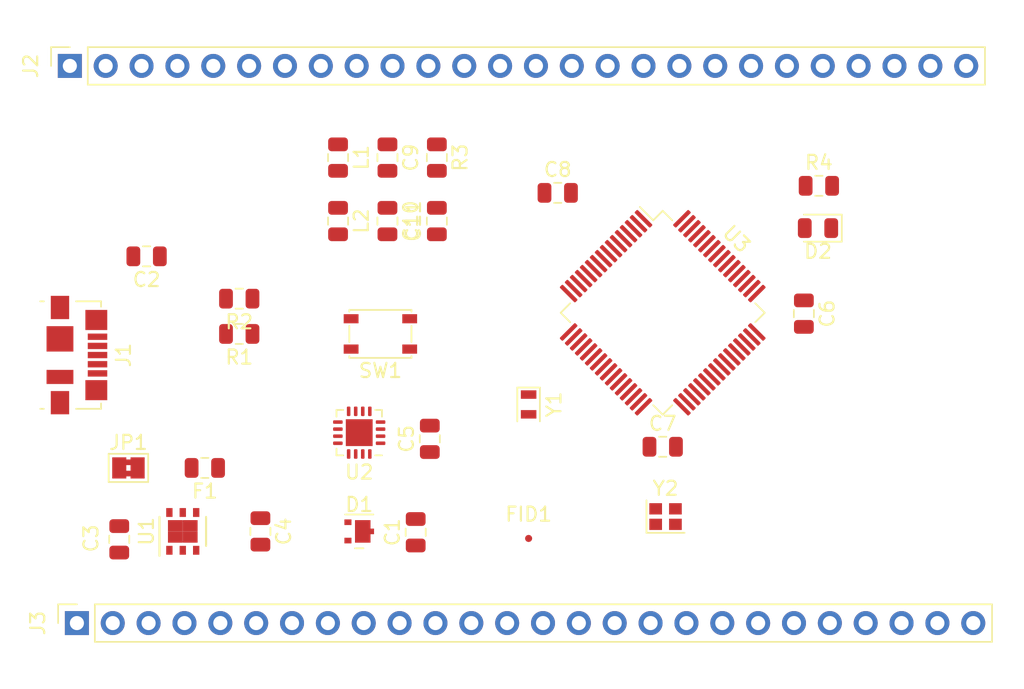
<source format=kicad_pcb>
(kicad_pcb (version 20171130) (host pcbnew 5.1.6)

  (general
    (thickness 1.6)
    (drawings 0)
    (tracks 0)
    (zones 0)
    (modules 31)
    (nets 78)
  )

  (page A4)
  (title_block
    (title "Teensy 3.2")
    (date 2020-06-05)
    (company "Diego Essaya")
  )

  (layers
    (0 F.Cu signal)
    (31 B.Cu signal)
    (32 B.Adhes user)
    (33 F.Adhes user)
    (34 B.Paste user)
    (35 F.Paste user)
    (36 B.SilkS user)
    (37 F.SilkS user)
    (38 B.Mask user)
    (39 F.Mask user)
    (40 Dwgs.User user)
    (41 Cmts.User user)
    (42 Eco1.User user)
    (43 Eco2.User user)
    (44 Edge.Cuts user)
    (45 Margin user)
    (46 B.CrtYd user)
    (47 F.CrtYd user)
    (48 B.Fab user)
    (49 F.Fab user)
  )

  (setup
    (last_trace_width 0.2)
    (trace_clearance 0.18)
    (zone_clearance 0.508)
    (zone_45_only no)
    (trace_min 0.1016)
    (via_size 0.8)
    (via_drill 0.4)
    (via_min_size 0.4)
    (via_min_drill 0.254)
    (uvia_size 0.3)
    (uvia_drill 0.1)
    (uvias_allowed no)
    (uvia_min_size 0.2)
    (uvia_min_drill 0.1)
    (edge_width 0.05)
    (segment_width 0.2)
    (pcb_text_width 0.3)
    (pcb_text_size 1.5 1.5)
    (mod_edge_width 0.12)
    (mod_text_size 1 1)
    (mod_text_width 0.15)
    (pad_size 1.524 1.524)
    (pad_drill 0.762)
    (pad_to_mask_clearance 0.2)
    (aux_axis_origin 12 12)
    (grid_origin 12 12)
    (visible_elements FFFFFF7F)
    (pcbplotparams
      (layerselection 0x010fc_ffffffff)
      (usegerberextensions false)
      (usegerberattributes true)
      (usegerberadvancedattributes true)
      (creategerberjobfile true)
      (excludeedgelayer true)
      (linewidth 0.100000)
      (plotframeref false)
      (viasonmask false)
      (mode 1)
      (useauxorigin false)
      (hpglpennumber 1)
      (hpglpenspeed 20)
      (hpglpendiameter 15.000000)
      (psnegative false)
      (psa4output false)
      (plotreference true)
      (plotvalue true)
      (plotinvisibletext false)
      (padsonsilk false)
      (subtractmaskfromsilk false)
      (outputformat 1)
      (mirror false)
      (drillshape 1)
      (scaleselection 1)
      (outputdirectory ""))
  )

  (net 0 "")
  (net 1 GND)
  (net 2 "Net-(C2-Pad1)")
  (net 3 +3V3)
  (net 4 "Net-(C9-Pad2)")
  (net 5 "Net-(C11-Pad1)")
  (net 6 "Net-(D2-Pad1)")
  (net 7 "Net-(U1-Pad3)")
  (net 8 "Net-(U2-Pad3)")
  (net 9 "Net-(U2-Pad5)")
  (net 10 "Net-(U2-Pad11)")
  (net 11 "Net-(U2-Pad12)")
  (net 12 "Net-(U2-Pad14)")
  (net 13 "Net-(U2-Pad15)")
  (net 14 "Net-(U2-Pad16)")
  (net 15 "Net-(U3-Pad8)")
  (net 16 "Net-(U3-Pad19)")
  (net 17 "Net-(U3-Pad20)")
  (net 18 "Net-(U3-Pad32)")
  (net 19 "Net-(U3-Pad33)")
  (net 20 VDDA)
  (net 21 /PTA1)
  (net 22 /USB0_DP)
  (net 23 /USB0_DM)
  (net 24 /PTA3)
  (net 25 "Net-(U2-Pad8)")
  (net 26 "Net-(U2-Pad9)")
  (net 27 "Net-(J1-Pad2)")
  (net 28 "Net-(J1-Pad3)")
  (net 29 "Net-(J3-Pad6)")
  (net 30 "Net-(J3-Pad5)")
  (net 31 /AGND)
  (net 32 /AREF)
  (net 33 /A12)
  (net 34 /A13)
  (net 35 /A11)
  (net 36 /A10)
  (net 37 /26)
  (net 38 /31)
  (net 39 /21-A7)
  (net 40 /5)
  (net 41 /6)
  (net 42 /20-A6)
  (net 43 /7)
  (net 44 /8)
  (net 45 /14-A0)
  (net 46 /2)
  (net 47 /29)
  (net 48 /30)
  (net 49 /27)
  (net 50 /13)
  (net 51 /10)
  (net 52 /11)
  (net 53 /12)
  (net 54 /28)
  (net 55 /9)
  (net 56 /23-A9)
  (net 57 /22-A8)
  (net 58 /15-A1)
  (net 59 /25)
  (net 60 /32)
  (net 61 /1)
  (net 62 /0)
  (net 63 /18-A4)
  (net 64 /19-A5)
  (net 65 /17-A3)
  (net 66 /16-A2)
  (net 67 /4)
  (net 68 /3)
  (net 69 /24)
  (net 70 /33)
  (net 71 /DAC-A14)
  (net 72 /J3_VBAT)
  (net 73 /RESET)
  (net 74 /PROG)
  (net 75 /VUSB)
  (net 76 /VIN)
  (net 77 /U3_VBAT)

  (net_class Default "This is the default net class."
    (clearance 0.18)
    (trace_width 0.2)
    (via_dia 0.8)
    (via_drill 0.4)
    (uvia_dia 0.3)
    (uvia_drill 0.1)
    (add_net +3V3)
    (add_net /0)
    (add_net /1)
    (add_net /10)
    (add_net /11)
    (add_net /12)
    (add_net /13)
    (add_net /14-A0)
    (add_net /15-A1)
    (add_net /16-A2)
    (add_net /17-A3)
    (add_net /18-A4)
    (add_net /19-A5)
    (add_net /2)
    (add_net /20-A6)
    (add_net /21-A7)
    (add_net /22-A8)
    (add_net /23-A9)
    (add_net /24)
    (add_net /25)
    (add_net /26)
    (add_net /27)
    (add_net /28)
    (add_net /29)
    (add_net /3)
    (add_net /30)
    (add_net /31)
    (add_net /32)
    (add_net /33)
    (add_net /4)
    (add_net /5)
    (add_net /6)
    (add_net /7)
    (add_net /8)
    (add_net /9)
    (add_net /A10)
    (add_net /A11)
    (add_net /A12)
    (add_net /A13)
    (add_net /AGND)
    (add_net /AREF)
    (add_net /DAC-A14)
    (add_net /J3_VBAT)
    (add_net /PROG)
    (add_net /PTA1)
    (add_net /PTA3)
    (add_net /RESET)
    (add_net /U3_VBAT)
    (add_net /USB0_DM)
    (add_net /USB0_DP)
    (add_net /VIN)
    (add_net /VUSB)
    (add_net GND)
    (add_net "Net-(C11-Pad1)")
    (add_net "Net-(C2-Pad1)")
    (add_net "Net-(C9-Pad2)")
    (add_net "Net-(D2-Pad1)")
    (add_net "Net-(J1-Pad2)")
    (add_net "Net-(J1-Pad3)")
    (add_net "Net-(J3-Pad5)")
    (add_net "Net-(J3-Pad6)")
    (add_net "Net-(U1-Pad3)")
    (add_net "Net-(U2-Pad11)")
    (add_net "Net-(U2-Pad12)")
    (add_net "Net-(U2-Pad14)")
    (add_net "Net-(U2-Pad15)")
    (add_net "Net-(U2-Pad16)")
    (add_net "Net-(U2-Pad3)")
    (add_net "Net-(U2-Pad5)")
    (add_net "Net-(U2-Pad8)")
    (add_net "Net-(U2-Pad9)")
    (add_net "Net-(U3-Pad19)")
    (add_net "Net-(U3-Pad20)")
    (add_net "Net-(U3-Pad32)")
    (add_net "Net-(U3-Pad33)")
    (add_net "Net-(U3-Pad8)")
    (add_net VDDA)
  )

  (module Connector_PinSocket_2.54mm:PinSocket_1x26_P2.54mm_Vertical (layer F.Cu) (tedit 5A19A422) (tstamp 5EE78549)
    (at 103 112 90)
    (descr "Through hole straight socket strip, 1x26, 2.54mm pitch, single row (from Kicad 4.0.7), script generated")
    (tags "Through hole socket strip THT 1x26 2.54mm single row")
    (path /5F630AA1)
    (fp_text reference J3 (at 0 -2.77 90) (layer F.SilkS)
      (effects (font (size 1 1) (thickness 0.15)))
    )
    (fp_text value Conn_01x26 (at 0 66.27 90) (layer F.Fab)
      (effects (font (size 1 1) (thickness 0.15)))
    )
    (fp_text user %R (at 0 31.75) (layer F.Fab)
      (effects (font (size 1 1) (thickness 0.15)))
    )
    (fp_line (start -1.27 -1.27) (end 0.635 -1.27) (layer F.Fab) (width 0.1))
    (fp_line (start 0.635 -1.27) (end 1.27 -0.635) (layer F.Fab) (width 0.1))
    (fp_line (start 1.27 -0.635) (end 1.27 64.77) (layer F.Fab) (width 0.1))
    (fp_line (start 1.27 64.77) (end -1.27 64.77) (layer F.Fab) (width 0.1))
    (fp_line (start -1.27 64.77) (end -1.27 -1.27) (layer F.Fab) (width 0.1))
    (fp_line (start -1.33 1.27) (end 1.33 1.27) (layer F.SilkS) (width 0.12))
    (fp_line (start -1.33 1.27) (end -1.33 64.83) (layer F.SilkS) (width 0.12))
    (fp_line (start -1.33 64.83) (end 1.33 64.83) (layer F.SilkS) (width 0.12))
    (fp_line (start 1.33 1.27) (end 1.33 64.83) (layer F.SilkS) (width 0.12))
    (fp_line (start 1.33 -1.33) (end 1.33 0) (layer F.SilkS) (width 0.12))
    (fp_line (start 0 -1.33) (end 1.33 -1.33) (layer F.SilkS) (width 0.12))
    (fp_line (start -1.8 -1.8) (end 1.75 -1.8) (layer F.CrtYd) (width 0.05))
    (fp_line (start 1.75 -1.8) (end 1.75 65.25) (layer F.CrtYd) (width 0.05))
    (fp_line (start 1.75 65.25) (end -1.8 65.25) (layer F.CrtYd) (width 0.05))
    (fp_line (start -1.8 65.25) (end -1.8 -1.8) (layer F.CrtYd) (width 0.05))
    (pad 26 thru_hole oval (at 0 63.5 90) (size 1.7 1.7) (drill 1) (layers *.Cu *.Mask)
      (net 55 /9))
    (pad 25 thru_hole oval (at 0 60.96 90) (size 1.7 1.7) (drill 1) (layers *.Cu *.Mask)
      (net 56 /23-A9))
    (pad 24 thru_hole oval (at 0 58.42 90) (size 1.7 1.7) (drill 1) (layers *.Cu *.Mask)
      (net 57 /22-A8))
    (pad 23 thru_hole oval (at 0 55.88 90) (size 1.7 1.7) (drill 1) (layers *.Cu *.Mask)
      (net 58 /15-A1))
    (pad 22 thru_hole oval (at 0 53.34 90) (size 1.7 1.7) (drill 1) (layers *.Cu *.Mask)
      (net 59 /25))
    (pad 21 thru_hole oval (at 0 50.8 90) (size 1.7 1.7) (drill 1) (layers *.Cu *.Mask)
      (net 60 /32))
    (pad 20 thru_hole oval (at 0 48.26 90) (size 1.7 1.7) (drill 1) (layers *.Cu *.Mask)
      (net 61 /1))
    (pad 19 thru_hole oval (at 0 45.72 90) (size 1.7 1.7) (drill 1) (layers *.Cu *.Mask)
      (net 62 /0))
    (pad 18 thru_hole oval (at 0 43.18 90) (size 1.7 1.7) (drill 1) (layers *.Cu *.Mask)
      (net 63 /18-A4))
    (pad 17 thru_hole oval (at 0 40.64 90) (size 1.7 1.7) (drill 1) (layers *.Cu *.Mask)
      (net 64 /19-A5))
    (pad 16 thru_hole oval (at 0 38.1 90) (size 1.7 1.7) (drill 1) (layers *.Cu *.Mask)
      (net 65 /17-A3))
    (pad 15 thru_hole oval (at 0 35.56 90) (size 1.7 1.7) (drill 1) (layers *.Cu *.Mask)
      (net 66 /16-A2))
    (pad 14 thru_hole oval (at 0 33.02 90) (size 1.7 1.7) (drill 1) (layers *.Cu *.Mask)
      (net 67 /4))
    (pad 13 thru_hole oval (at 0 30.48 90) (size 1.7 1.7) (drill 1) (layers *.Cu *.Mask)
      (net 68 /3))
    (pad 12 thru_hole oval (at 0 27.94 90) (size 1.7 1.7) (drill 1) (layers *.Cu *.Mask)
      (net 69 /24))
    (pad 11 thru_hole oval (at 0 25.4 90) (size 1.7 1.7) (drill 1) (layers *.Cu *.Mask)
      (net 70 /33))
    (pad 10 thru_hole oval (at 0 22.86 90) (size 1.7 1.7) (drill 1) (layers *.Cu *.Mask)
      (net 71 /DAC-A14))
    (pad 9 thru_hole oval (at 0 20.32 90) (size 1.7 1.7) (drill 1) (layers *.Cu *.Mask)
      (net 72 /J3_VBAT))
    (pad 8 thru_hole oval (at 0 17.78 90) (size 1.7 1.7) (drill 1) (layers *.Cu *.Mask)
      (net 73 /RESET))
    (pad 7 thru_hole oval (at 0 15.24 90) (size 1.7 1.7) (drill 1) (layers *.Cu *.Mask)
      (net 74 /PROG))
    (pad 6 thru_hole oval (at 0 12.7 90) (size 1.7 1.7) (drill 1) (layers *.Cu *.Mask)
      (net 29 "Net-(J3-Pad6)"))
    (pad 5 thru_hole oval (at 0 10.16 90) (size 1.7 1.7) (drill 1) (layers *.Cu *.Mask)
      (net 30 "Net-(J3-Pad5)"))
    (pad 4 thru_hole oval (at 0 7.62 90) (size 1.7 1.7) (drill 1) (layers *.Cu *.Mask)
      (net 75 /VUSB))
    (pad 3 thru_hole oval (at 0 5.08 90) (size 1.7 1.7) (drill 1) (layers *.Cu *.Mask)
      (net 76 /VIN))
    (pad 2 thru_hole oval (at 0 2.54 90) (size 1.7 1.7) (drill 1) (layers *.Cu *.Mask)
      (net 3 +3V3))
    (pad 1 thru_hole rect (at 0 0 90) (size 1.7 1.7) (drill 1) (layers *.Cu *.Mask)
      (net 1 GND))
    (model ${KISYS3DMOD}/Connector_PinSocket_2.54mm.3dshapes/PinSocket_1x26_P2.54mm_Vertical.wrl
      (at (xyz 0 0 0))
      (scale (xyz 1 1 1))
      (rotate (xyz 0 0 0))
    )
  )

  (module Connector_PinSocket_2.54mm:PinSocket_1x26_P2.54mm_Vertical (layer F.Cu) (tedit 5A19A422) (tstamp 5EE705EF)
    (at 102.5 72.5 90)
    (descr "Through hole straight socket strip, 1x26, 2.54mm pitch, single row (from Kicad 4.0.7), script generated")
    (tags "Through hole socket strip THT 1x26 2.54mm single row")
    (path /5F3E6741)
    (fp_text reference J2 (at 0 -2.77 90) (layer F.SilkS)
      (effects (font (size 1 1) (thickness 0.15)))
    )
    (fp_text value Conn_01x26 (at 0 66.27 90) (layer F.Fab)
      (effects (font (size 1 1) (thickness 0.15)))
    )
    (fp_text user %R (at 0 31.75) (layer F.Fab)
      (effects (font (size 1 1) (thickness 0.15)))
    )
    (fp_line (start -1.27 -1.27) (end 0.635 -1.27) (layer F.Fab) (width 0.1))
    (fp_line (start 0.635 -1.27) (end 1.27 -0.635) (layer F.Fab) (width 0.1))
    (fp_line (start 1.27 -0.635) (end 1.27 64.77) (layer F.Fab) (width 0.1))
    (fp_line (start 1.27 64.77) (end -1.27 64.77) (layer F.Fab) (width 0.1))
    (fp_line (start -1.27 64.77) (end -1.27 -1.27) (layer F.Fab) (width 0.1))
    (fp_line (start -1.33 1.27) (end 1.33 1.27) (layer F.SilkS) (width 0.12))
    (fp_line (start -1.33 1.27) (end -1.33 64.83) (layer F.SilkS) (width 0.12))
    (fp_line (start -1.33 64.83) (end 1.33 64.83) (layer F.SilkS) (width 0.12))
    (fp_line (start 1.33 1.27) (end 1.33 64.83) (layer F.SilkS) (width 0.12))
    (fp_line (start 1.33 -1.33) (end 1.33 0) (layer F.SilkS) (width 0.12))
    (fp_line (start 0 -1.33) (end 1.33 -1.33) (layer F.SilkS) (width 0.12))
    (fp_line (start -1.8 -1.8) (end 1.75 -1.8) (layer F.CrtYd) (width 0.05))
    (fp_line (start 1.75 -1.8) (end 1.75 65.25) (layer F.CrtYd) (width 0.05))
    (fp_line (start 1.75 65.25) (end -1.8 65.25) (layer F.CrtYd) (width 0.05))
    (fp_line (start -1.8 65.25) (end -1.8 -1.8) (layer F.CrtYd) (width 0.05))
    (pad 26 thru_hole oval (at 0 63.5 90) (size 1.7 1.7) (drill 1) (layers *.Cu *.Mask)
      (net 51 /10))
    (pad 25 thru_hole oval (at 0 60.96 90) (size 1.7 1.7) (drill 1) (layers *.Cu *.Mask)
      (net 50 /13))
    (pad 24 thru_hole oval (at 0 58.42 90) (size 1.7 1.7) (drill 1) (layers *.Cu *.Mask)
      (net 52 /11))
    (pad 23 thru_hole oval (at 0 55.88 90) (size 1.7 1.7) (drill 1) (layers *.Cu *.Mask)
      (net 53 /12))
    (pad 22 thru_hole oval (at 0 53.34 90) (size 1.7 1.7) (drill 1) (layers *.Cu *.Mask)
      (net 54 /28))
    (pad 21 thru_hole oval (at 0 50.8 90) (size 1.7 1.7) (drill 1) (layers *.Cu *.Mask)
      (net 49 /27))
    (pad 20 thru_hole oval (at 0 48.26 90) (size 1.7 1.7) (drill 1) (layers *.Cu *.Mask)
      (net 47 /29))
    (pad 19 thru_hole oval (at 0 45.72 90) (size 1.7 1.7) (drill 1) (layers *.Cu *.Mask)
      (net 48 /30))
    (pad 18 thru_hole oval (at 0 43.18 90) (size 1.7 1.7) (drill 1) (layers *.Cu *.Mask)
      (net 46 /2))
    (pad 17 thru_hole oval (at 0 40.64 90) (size 1.7 1.7) (drill 1) (layers *.Cu *.Mask)
      (net 45 /14-A0))
    (pad 16 thru_hole oval (at 0 38.1 90) (size 1.7 1.7) (drill 1) (layers *.Cu *.Mask)
      (net 43 /7))
    (pad 15 thru_hole oval (at 0 35.56 90) (size 1.7 1.7) (drill 1) (layers *.Cu *.Mask)
      (net 44 /8))
    (pad 14 thru_hole oval (at 0 33.02 90) (size 1.7 1.7) (drill 1) (layers *.Cu *.Mask)
      (net 41 /6))
    (pad 13 thru_hole oval (at 0 30.48 90) (size 1.7 1.7) (drill 1) (layers *.Cu *.Mask)
      (net 42 /20-A6))
    (pad 12 thru_hole oval (at 0 27.94 90) (size 1.7 1.7) (drill 1) (layers *.Cu *.Mask)
      (net 39 /21-A7))
    (pad 11 thru_hole oval (at 0 25.4 90) (size 1.7 1.7) (drill 1) (layers *.Cu *.Mask)
      (net 40 /5))
    (pad 10 thru_hole oval (at 0 22.86 90) (size 1.7 1.7) (drill 1) (layers *.Cu *.Mask)
      (net 38 /31))
    (pad 9 thru_hole oval (at 0 20.32 90) (size 1.7 1.7) (drill 1) (layers *.Cu *.Mask)
      (net 37 /26))
    (pad 8 thru_hole oval (at 0 17.78 90) (size 1.7 1.7) (drill 1) (layers *.Cu *.Mask)
      (net 36 /A10))
    (pad 7 thru_hole oval (at 0 15.24 90) (size 1.7 1.7) (drill 1) (layers *.Cu *.Mask)
      (net 35 /A11))
    (pad 6 thru_hole oval (at 0 12.7 90) (size 1.7 1.7) (drill 1) (layers *.Cu *.Mask)
      (net 33 /A12))
    (pad 5 thru_hole oval (at 0 10.16 90) (size 1.7 1.7) (drill 1) (layers *.Cu *.Mask)
      (net 34 /A13))
    (pad 4 thru_hole oval (at 0 7.62 90) (size 1.7 1.7) (drill 1) (layers *.Cu *.Mask)
      (net 32 /AREF))
    (pad 3 thru_hole oval (at 0 5.08 90) (size 1.7 1.7) (drill 1) (layers *.Cu *.Mask)
      (net 31 /AGND))
    (pad 2 thru_hole oval (at 0 2.54 90) (size 1.7 1.7) (drill 1) (layers *.Cu *.Mask)
      (net 3 +3V3))
    (pad 1 thru_hole rect (at 0 0 90) (size 1.7 1.7) (drill 1) (layers *.Cu *.Mask)
      (net 1 GND))
    (model ${KISYS3DMOD}/Connector_PinSocket_2.54mm.3dshapes/PinSocket_1x26_P2.54mm_Vertical.wrl
      (at (xyz 0 0 0))
      (scale (xyz 1 1 1))
      (rotate (xyz 0 0 0))
    )
  )

  (module Crystal:Crystal_SMD_2016-4Pin_2.0x1.6mm (layer F.Cu) (tedit 5A0FD1B2) (tstamp 5EE59FA3)
    (at 144.7 104.45)
    (descr "SMD Crystal SERIES SMD2016/4 http://www.q-crystal.com/upload/5/2015552223166229.pdf, 2.0x1.6mm^2 package")
    (tags "SMD SMT crystal")
    (path /5F1A324C)
    (attr smd)
    (fp_text reference Y2 (at 0 -2) (layer F.SilkS)
      (effects (font (size 1 1) (thickness 0.15)))
    )
    (fp_text value "16 MHz" (at 0 2) (layer F.Fab)
      (effects (font (size 1 1) (thickness 0.15)))
    )
    (fp_line (start 1.4 -1.3) (end -1.4 -1.3) (layer F.CrtYd) (width 0.05))
    (fp_line (start 1.4 1.3) (end 1.4 -1.3) (layer F.CrtYd) (width 0.05))
    (fp_line (start -1.4 1.3) (end 1.4 1.3) (layer F.CrtYd) (width 0.05))
    (fp_line (start -1.4 -1.3) (end -1.4 1.3) (layer F.CrtYd) (width 0.05))
    (fp_line (start -1.35 1.15) (end 1.35 1.15) (layer F.SilkS) (width 0.12))
    (fp_line (start -1.35 -1.15) (end -1.35 1.15) (layer F.SilkS) (width 0.12))
    (fp_line (start -1 0.3) (end -0.5 0.8) (layer F.Fab) (width 0.1))
    (fp_line (start -1 -0.7) (end -0.9 -0.8) (layer F.Fab) (width 0.1))
    (fp_line (start -1 0.7) (end -1 -0.7) (layer F.Fab) (width 0.1))
    (fp_line (start -0.9 0.8) (end -1 0.7) (layer F.Fab) (width 0.1))
    (fp_line (start 0.9 0.8) (end -0.9 0.8) (layer F.Fab) (width 0.1))
    (fp_line (start 1 0.7) (end 0.9 0.8) (layer F.Fab) (width 0.1))
    (fp_line (start 1 -0.7) (end 1 0.7) (layer F.Fab) (width 0.1))
    (fp_line (start 0.9 -0.8) (end 1 -0.7) (layer F.Fab) (width 0.1))
    (fp_line (start -0.9 -0.8) (end 0.9 -0.8) (layer F.Fab) (width 0.1))
    (fp_text user %R (at 0 0) (layer F.Fab)
      (effects (font (size 0.5 0.5) (thickness 0.075)))
    )
    (pad 4 smd rect (at -0.7 -0.55) (size 0.9 0.8) (layers F.Cu F.Paste F.Mask))
    (pad 3 smd rect (at 0.7 -0.55) (size 0.9 0.8) (layers F.Cu F.Paste F.Mask))
    (pad 2 smd rect (at 0.7 0.55) (size 0.9 0.8) (layers F.Cu F.Paste F.Mask)
      (net 19 "Net-(U3-Pad33)"))
    (pad 1 smd rect (at -0.7 0.55) (size 0.9 0.8) (layers F.Cu F.Paste F.Mask)
      (net 18 "Net-(U3-Pad32)"))
    (model ${KISYS3DMOD}/Crystal.3dshapes/Crystal_SMD_2016-4Pin_2.0x1.6mm.wrl
      (at (xyz 0 0 0))
      (scale (xyz 1 1 1))
      (rotate (xyz 0 0 0))
    )
  )

  (module Crystal:Crystal_SMD_2012-2Pin_2.0x1.2mm (layer F.Cu) (tedit 5A0FD1B2) (tstamp 5EDAB31D)
    (at 135 96.5 270)
    (descr "SMD Crystal 2012/2 http://txccrystal.com/images/pdf/9ht11.pdf, 2.0x1.2mm^2 package")
    (tags "SMD SMT crystal")
    (path /5ECDD1B7)
    (attr smd)
    (fp_text reference Y1 (at 0 -1.8 90) (layer F.SilkS)
      (effects (font (size 1 1) (thickness 0.15)))
    )
    (fp_text value "32.768 KHz" (at 0 1.8 90) (layer F.Fab)
      (effects (font (size 1 1) (thickness 0.15)))
    )
    (fp_circle (center 0 0) (end 0.046667 0) (layer F.Adhes) (width 0.093333))
    (fp_circle (center 0 0) (end 0.106667 0) (layer F.Adhes) (width 0.066667))
    (fp_circle (center 0 0) (end 0.166667 0) (layer F.Adhes) (width 0.066667))
    (fp_circle (center 0 0) (end 0.2 0) (layer F.Adhes) (width 0.1))
    (fp_line (start 1.3 -0.9) (end -1.3 -0.9) (layer F.CrtYd) (width 0.05))
    (fp_line (start 1.3 0.9) (end 1.3 -0.9) (layer F.CrtYd) (width 0.05))
    (fp_line (start -1.3 0.9) (end 1.3 0.9) (layer F.CrtYd) (width 0.05))
    (fp_line (start -1.3 -0.9) (end -1.3 0.9) (layer F.CrtYd) (width 0.05))
    (fp_line (start -1.2 0.8) (end 1.2 0.8) (layer F.SilkS) (width 0.12))
    (fp_line (start -1.2 -0.8) (end -1.2 0.8) (layer F.SilkS) (width 0.12))
    (fp_line (start 1.2 -0.8) (end -1.2 -0.8) (layer F.SilkS) (width 0.12))
    (fp_line (start -1 0.1) (end -0.5 0.6) (layer F.Fab) (width 0.1))
    (fp_line (start 1 -0.6) (end -1 -0.6) (layer F.Fab) (width 0.1))
    (fp_line (start 1 0.6) (end 1 -0.6) (layer F.Fab) (width 0.1))
    (fp_line (start -1 0.6) (end 1 0.6) (layer F.Fab) (width 0.1))
    (fp_line (start -1 -0.6) (end -1 0.6) (layer F.Fab) (width 0.1))
    (fp_text user %R (at 0 0 90) (layer F.Fab)
      (effects (font (size 0.5 0.5) (thickness 0.075)))
    )
    (pad 2 smd rect (at 0.7 0 270) (size 0.6 1.1) (layers F.Cu F.Paste F.Mask)
      (net 17 "Net-(U3-Pad20)"))
    (pad 1 smd rect (at -0.7 0 270) (size 0.6 1.1) (layers F.Cu F.Paste F.Mask)
      (net 16 "Net-(U3-Pad19)"))
    (model ${KISYS3DMOD}/Crystal.3dshapes/Crystal_SMD_2012-2Pin_2.0x1.2mm.wrl
      (at (xyz 0 0 0))
      (scale (xyz 1 1 1))
      (rotate (xyz 0 0 0))
    )
  )

  (module Fiducial:Fiducial_0.5mm_Mask1.5mm (layer F.Cu) (tedit 5C18D139) (tstamp 5EE5A567)
    (at 135 106)
    (descr "Circular Fiducial, 0.5mm bare copper, 1.5mm soldermask opening")
    (tags fiducial)
    (path /5EE86AA8)
    (attr smd)
    (fp_text reference FID1 (at 0 -1.7145) (layer F.SilkS)
      (effects (font (size 1 1) (thickness 0.15)))
    )
    (fp_text value Fiducial (at 0 1.7145) (layer F.Fab)
      (effects (font (size 1 1) (thickness 0.15)))
    )
    (fp_circle (center 0 0) (end 1 0) (layer F.CrtYd) (width 0.05))
    (fp_circle (center 0 0) (end 0.75 0) (layer F.Fab) (width 0.1))
    (fp_text user %R (at 0 0) (layer F.Fab)
      (effects (font (size 0.2 0.2) (thickness 0.04)))
    )
    (pad "" smd circle (at 0 0) (size 0.5 0.5) (layers F.Cu F.Mask)
      (solder_mask_margin 0.5) (clearance 0.5))
  )

  (module Resistor_SMD:R_0805_2012Metric (layer F.Cu) (tedit 5B36C52B) (tstamp 5EE175DE)
    (at 155.5625 81)
    (descr "Resistor SMD 0805 (2012 Metric), square (rectangular) end terminal, IPC_7351 nominal, (Body size source: https://docs.google.com/spreadsheets/d/1BsfQQcO9C6DZCsRaXUlFlo91Tg2WpOkGARC1WS5S8t0/edit?usp=sharing), generated with kicad-footprint-generator")
    (tags resistor)
    (path /5EDADF39)
    (attr smd)
    (fp_text reference R4 (at 0 -1.65) (layer F.SilkS)
      (effects (font (size 1 1) (thickness 0.15)))
    )
    (fp_text value 470 (at 0 1.65) (layer F.Fab)
      (effects (font (size 1 1) (thickness 0.15)))
    )
    (fp_line (start 1.68 0.95) (end -1.68 0.95) (layer F.CrtYd) (width 0.05))
    (fp_line (start 1.68 -0.95) (end 1.68 0.95) (layer F.CrtYd) (width 0.05))
    (fp_line (start -1.68 -0.95) (end 1.68 -0.95) (layer F.CrtYd) (width 0.05))
    (fp_line (start -1.68 0.95) (end -1.68 -0.95) (layer F.CrtYd) (width 0.05))
    (fp_line (start -0.258578 0.71) (end 0.258578 0.71) (layer F.SilkS) (width 0.12))
    (fp_line (start -0.258578 -0.71) (end 0.258578 -0.71) (layer F.SilkS) (width 0.12))
    (fp_line (start 1 0.6) (end -1 0.6) (layer F.Fab) (width 0.1))
    (fp_line (start 1 -0.6) (end 1 0.6) (layer F.Fab) (width 0.1))
    (fp_line (start -1 -0.6) (end 1 -0.6) (layer F.Fab) (width 0.1))
    (fp_line (start -1 0.6) (end -1 -0.6) (layer F.Fab) (width 0.1))
    (fp_text user %R (at 0 0) (layer F.Fab)
      (effects (font (size 0.5 0.5) (thickness 0.08)))
    )
    (pad 2 smd roundrect (at 0.9375 0) (size 0.975 1.4) (layers F.Cu F.Paste F.Mask) (roundrect_rratio 0.25)
      (net 1 GND))
    (pad 1 smd roundrect (at -0.9375 0) (size 0.975 1.4) (layers F.Cu F.Paste F.Mask) (roundrect_rratio 0.25)
      (net 6 "Net-(D2-Pad1)"))
    (model ${KISYS3DMOD}/Resistor_SMD.3dshapes/R_0805_2012Metric.wrl
      (at (xyz 0 0 0))
      (scale (xyz 1 1 1))
      (rotate (xyz 0 0 0))
    )
  )

  (module Resistor_SMD:R_0805_2012Metric (layer F.Cu) (tedit 5B36C52B) (tstamp 5EDAB08B)
    (at 128.5 79 270)
    (descr "Resistor SMD 0805 (2012 Metric), square (rectangular) end terminal, IPC_7351 nominal, (Body size source: https://docs.google.com/spreadsheets/d/1BsfQQcO9C6DZCsRaXUlFlo91Tg2WpOkGARC1WS5S8t0/edit?usp=sharing), generated with kicad-footprint-generator")
    (tags resistor)
    (path /5EED6E9F)
    (attr smd)
    (fp_text reference R3 (at 0 -1.65 90) (layer F.SilkS)
      (effects (font (size 1 1) (thickness 0.15)))
    )
    (fp_text value 470 (at 0 1.65 90) (layer F.Fab)
      (effects (font (size 1 1) (thickness 0.15)))
    )
    (fp_line (start 1.68 0.95) (end -1.68 0.95) (layer F.CrtYd) (width 0.05))
    (fp_line (start 1.68 -0.95) (end 1.68 0.95) (layer F.CrtYd) (width 0.05))
    (fp_line (start -1.68 -0.95) (end 1.68 -0.95) (layer F.CrtYd) (width 0.05))
    (fp_line (start -1.68 0.95) (end -1.68 -0.95) (layer F.CrtYd) (width 0.05))
    (fp_line (start -0.258578 0.71) (end 0.258578 0.71) (layer F.SilkS) (width 0.12))
    (fp_line (start -0.258578 -0.71) (end 0.258578 -0.71) (layer F.SilkS) (width 0.12))
    (fp_line (start 1 0.6) (end -1 0.6) (layer F.Fab) (width 0.1))
    (fp_line (start 1 -0.6) (end 1 0.6) (layer F.Fab) (width 0.1))
    (fp_line (start -1 -0.6) (end 1 -0.6) (layer F.Fab) (width 0.1))
    (fp_line (start -1 0.6) (end -1 -0.6) (layer F.Fab) (width 0.1))
    (fp_text user %R (at 0 0 90) (layer F.Fab)
      (effects (font (size 0.5 0.5) (thickness 0.08)))
    )
    (pad 2 smd roundrect (at 0.9375 0 270) (size 0.975 1.4) (layers F.Cu F.Paste F.Mask) (roundrect_rratio 0.25)
      (net 32 /AREF))
    (pad 1 smd roundrect (at -0.9375 0 270) (size 0.975 1.4) (layers F.Cu F.Paste F.Mask) (roundrect_rratio 0.25)
      (net 20 VDDA))
    (model ${KISYS3DMOD}/Resistor_SMD.3dshapes/R_0805_2012Metric.wrl
      (at (xyz 0 0 0))
      (scale (xyz 1 1 1))
      (rotate (xyz 0 0 0))
    )
  )

  (module Resistor_SMD:R_0805_2012Metric (layer F.Cu) (tedit 5B36C52B) (tstamp 5EE5282C)
    (at 114.5 89 180)
    (descr "Resistor SMD 0805 (2012 Metric), square (rectangular) end terminal, IPC_7351 nominal, (Body size source: https://docs.google.com/spreadsheets/d/1BsfQQcO9C6DZCsRaXUlFlo91Tg2WpOkGARC1WS5S8t0/edit?usp=sharing), generated with kicad-footprint-generator")
    (tags resistor)
    (path /5ED1FA81)
    (attr smd)
    (fp_text reference R2 (at 0 -1.65) (layer F.SilkS)
      (effects (font (size 1 1) (thickness 0.15)))
    )
    (fp_text value 33 (at 0 1.65) (layer F.Fab)
      (effects (font (size 1 1) (thickness 0.15)))
    )
    (fp_line (start 1.68 0.95) (end -1.68 0.95) (layer F.CrtYd) (width 0.05))
    (fp_line (start 1.68 -0.95) (end 1.68 0.95) (layer F.CrtYd) (width 0.05))
    (fp_line (start -1.68 -0.95) (end 1.68 -0.95) (layer F.CrtYd) (width 0.05))
    (fp_line (start -1.68 0.95) (end -1.68 -0.95) (layer F.CrtYd) (width 0.05))
    (fp_line (start -0.258578 0.71) (end 0.258578 0.71) (layer F.SilkS) (width 0.12))
    (fp_line (start -0.258578 -0.71) (end 0.258578 -0.71) (layer F.SilkS) (width 0.12))
    (fp_line (start 1 0.6) (end -1 0.6) (layer F.Fab) (width 0.1))
    (fp_line (start 1 -0.6) (end 1 0.6) (layer F.Fab) (width 0.1))
    (fp_line (start -1 -0.6) (end 1 -0.6) (layer F.Fab) (width 0.1))
    (fp_line (start -1 0.6) (end -1 -0.6) (layer F.Fab) (width 0.1))
    (fp_text user %R (at 0 0) (layer F.Fab)
      (effects (font (size 0.5 0.5) (thickness 0.08)))
    )
    (pad 2 smd roundrect (at 0.9375 0 180) (size 0.975 1.4) (layers F.Cu F.Paste F.Mask) (roundrect_rratio 0.25)
      (net 27 "Net-(J1-Pad2)"))
    (pad 1 smd roundrect (at -0.9375 0 180) (size 0.975 1.4) (layers F.Cu F.Paste F.Mask) (roundrect_rratio 0.25)
      (net 23 /USB0_DM))
    (model ${KISYS3DMOD}/Resistor_SMD.3dshapes/R_0805_2012Metric.wrl
      (at (xyz 0 0 0))
      (scale (xyz 1 1 1))
      (rotate (xyz 0 0 0))
    )
  )

  (module Resistor_SMD:R_0805_2012Metric (layer F.Cu) (tedit 5B36C52B) (tstamp 5EE43AC8)
    (at 114.5 91.5 180)
    (descr "Resistor SMD 0805 (2012 Metric), square (rectangular) end terminal, IPC_7351 nominal, (Body size source: https://docs.google.com/spreadsheets/d/1BsfQQcO9C6DZCsRaXUlFlo91Tg2WpOkGARC1WS5S8t0/edit?usp=sharing), generated with kicad-footprint-generator")
    (tags resistor)
    (path /5ED1F68C)
    (attr smd)
    (fp_text reference R1 (at 0 -1.65) (layer F.SilkS)
      (effects (font (size 1 1) (thickness 0.15)))
    )
    (fp_text value 33 (at 0 1.65) (layer F.Fab)
      (effects (font (size 1 1) (thickness 0.15)))
    )
    (fp_line (start 1.68 0.95) (end -1.68 0.95) (layer F.CrtYd) (width 0.05))
    (fp_line (start 1.68 -0.95) (end 1.68 0.95) (layer F.CrtYd) (width 0.05))
    (fp_line (start -1.68 -0.95) (end 1.68 -0.95) (layer F.CrtYd) (width 0.05))
    (fp_line (start -1.68 0.95) (end -1.68 -0.95) (layer F.CrtYd) (width 0.05))
    (fp_line (start -0.258578 0.71) (end 0.258578 0.71) (layer F.SilkS) (width 0.12))
    (fp_line (start -0.258578 -0.71) (end 0.258578 -0.71) (layer F.SilkS) (width 0.12))
    (fp_line (start 1 0.6) (end -1 0.6) (layer F.Fab) (width 0.1))
    (fp_line (start 1 -0.6) (end 1 0.6) (layer F.Fab) (width 0.1))
    (fp_line (start -1 -0.6) (end 1 -0.6) (layer F.Fab) (width 0.1))
    (fp_line (start -1 0.6) (end -1 -0.6) (layer F.Fab) (width 0.1))
    (fp_text user %R (at 0 0) (layer F.Fab)
      (effects (font (size 0.5 0.5) (thickness 0.08)))
    )
    (pad 2 smd roundrect (at 0.9375 0 180) (size 0.975 1.4) (layers F.Cu F.Paste F.Mask) (roundrect_rratio 0.25)
      (net 28 "Net-(J1-Pad3)"))
    (pad 1 smd roundrect (at -0.9375 0 180) (size 0.975 1.4) (layers F.Cu F.Paste F.Mask) (roundrect_rratio 0.25)
      (net 22 /USB0_DP))
    (model ${KISYS3DMOD}/Resistor_SMD.3dshapes/R_0805_2012Metric.wrl
      (at (xyz 0 0 0))
      (scale (xyz 1 1 1))
      (rotate (xyz 0 0 0))
    )
  )

  (module Inductor_SMD:L_0805_2012Metric (layer F.Cu) (tedit 5B36C52B) (tstamp 5EE1760E)
    (at 121.5 83.5 270)
    (descr "Inductor SMD 0805 (2012 Metric), square (rectangular) end terminal, IPC_7351 nominal, (Body size source: https://docs.google.com/spreadsheets/d/1BsfQQcO9C6DZCsRaXUlFlo91Tg2WpOkGARC1WS5S8t0/edit?usp=sharing), generated with kicad-footprint-generator")
    (tags inductor)
    (path /5EDE24F6)
    (attr smd)
    (fp_text reference L2 (at 0 -1.65 90) (layer F.SilkS)
      (effects (font (size 1 1) (thickness 0.15)))
    )
    (fp_text value Ferrite (at 0 1.65 90) (layer F.Fab)
      (effects (font (size 1 1) (thickness 0.15)))
    )
    (fp_line (start 1.68 0.95) (end -1.68 0.95) (layer F.CrtYd) (width 0.05))
    (fp_line (start 1.68 -0.95) (end 1.68 0.95) (layer F.CrtYd) (width 0.05))
    (fp_line (start -1.68 -0.95) (end 1.68 -0.95) (layer F.CrtYd) (width 0.05))
    (fp_line (start -1.68 0.95) (end -1.68 -0.95) (layer F.CrtYd) (width 0.05))
    (fp_line (start -0.258578 0.71) (end 0.258578 0.71) (layer F.SilkS) (width 0.12))
    (fp_line (start -0.258578 -0.71) (end 0.258578 -0.71) (layer F.SilkS) (width 0.12))
    (fp_line (start 1 0.6) (end -1 0.6) (layer F.Fab) (width 0.1))
    (fp_line (start 1 -0.6) (end 1 0.6) (layer F.Fab) (width 0.1))
    (fp_line (start -1 -0.6) (end 1 -0.6) (layer F.Fab) (width 0.1))
    (fp_line (start -1 0.6) (end -1 -0.6) (layer F.Fab) (width 0.1))
    (fp_text user %R (at 0 0 90) (layer F.Fab)
      (effects (font (size 0.5 0.5) (thickness 0.08)))
    )
    (pad 2 smd roundrect (at 0.9375 0 270) (size 0.975 1.4) (layers F.Cu F.Paste F.Mask) (roundrect_rratio 0.25)
      (net 1 GND))
    (pad 1 smd roundrect (at -0.9375 0 270) (size 0.975 1.4) (layers F.Cu F.Paste F.Mask) (roundrect_rratio 0.25)
      (net 4 "Net-(C9-Pad2)"))
    (model ${KISYS3DMOD}/Inductor_SMD.3dshapes/L_0805_2012Metric.wrl
      (at (xyz 0 0 0))
      (scale (xyz 1 1 1))
      (rotate (xyz 0 0 0))
    )
  )

  (module Inductor_SMD:L_0805_2012Metric (layer F.Cu) (tedit 5B36C52B) (tstamp 5EDAB047)
    (at 121.5 79 270)
    (descr "Inductor SMD 0805 (2012 Metric), square (rectangular) end terminal, IPC_7351 nominal, (Body size source: https://docs.google.com/spreadsheets/d/1BsfQQcO9C6DZCsRaXUlFlo91Tg2WpOkGARC1WS5S8t0/edit?usp=sharing), generated with kicad-footprint-generator")
    (tags inductor)
    (path /5EDCDCF0)
    (attr smd)
    (fp_text reference L1 (at 0 -1.65 90) (layer F.SilkS)
      (effects (font (size 1 1) (thickness 0.15)))
    )
    (fp_text value Ferrite (at 0 1.65 90) (layer F.Fab)
      (effects (font (size 1 1) (thickness 0.15)))
    )
    (fp_line (start 1.68 0.95) (end -1.68 0.95) (layer F.CrtYd) (width 0.05))
    (fp_line (start 1.68 -0.95) (end 1.68 0.95) (layer F.CrtYd) (width 0.05))
    (fp_line (start -1.68 -0.95) (end 1.68 -0.95) (layer F.CrtYd) (width 0.05))
    (fp_line (start -1.68 0.95) (end -1.68 -0.95) (layer F.CrtYd) (width 0.05))
    (fp_line (start -0.258578 0.71) (end 0.258578 0.71) (layer F.SilkS) (width 0.12))
    (fp_line (start -0.258578 -0.71) (end 0.258578 -0.71) (layer F.SilkS) (width 0.12))
    (fp_line (start 1 0.6) (end -1 0.6) (layer F.Fab) (width 0.1))
    (fp_line (start 1 -0.6) (end 1 0.6) (layer F.Fab) (width 0.1))
    (fp_line (start -1 -0.6) (end 1 -0.6) (layer F.Fab) (width 0.1))
    (fp_line (start -1 0.6) (end -1 -0.6) (layer F.Fab) (width 0.1))
    (fp_text user %R (at 0 0 90) (layer F.Fab)
      (effects (font (size 0.5 0.5) (thickness 0.08)))
    )
    (pad 2 smd roundrect (at 0.9375 0 270) (size 0.975 1.4) (layers F.Cu F.Paste F.Mask) (roundrect_rratio 0.25)
      (net 20 VDDA))
    (pad 1 smd roundrect (at -0.9375 0 270) (size 0.975 1.4) (layers F.Cu F.Paste F.Mask) (roundrect_rratio 0.25)
      (net 3 +3V3))
    (model ${KISYS3DMOD}/Inductor_SMD.3dshapes/L_0805_2012Metric.wrl
      (at (xyz 0 0 0))
      (scale (xyz 1 1 1))
      (rotate (xyz 0 0 0))
    )
  )

  (module Capacitor_SMD:C_0805_2012Metric (layer F.Cu) (tedit 5B36C52B) (tstamp 5EE517FC)
    (at 128.5 83.5 90)
    (descr "Capacitor SMD 0805 (2012 Metric), square (rectangular) end terminal, IPC_7351 nominal, (Body size source: https://docs.google.com/spreadsheets/d/1BsfQQcO9C6DZCsRaXUlFlo91Tg2WpOkGARC1WS5S8t0/edit?usp=sharing), generated with kicad-footprint-generator")
    (tags capacitor)
    (path /5EEA4DB3)
    (attr smd)
    (fp_text reference C11 (at 0 -1.65 90) (layer F.SilkS)
      (effects (font (size 1 1) (thickness 0.15)))
    )
    (fp_text value 0.1uF (at 0 1.65 90) (layer F.Fab)
      (effects (font (size 1 1) (thickness 0.15)))
    )
    (fp_line (start 1.68 0.95) (end -1.68 0.95) (layer F.CrtYd) (width 0.05))
    (fp_line (start 1.68 -0.95) (end 1.68 0.95) (layer F.CrtYd) (width 0.05))
    (fp_line (start -1.68 -0.95) (end 1.68 -0.95) (layer F.CrtYd) (width 0.05))
    (fp_line (start -1.68 0.95) (end -1.68 -0.95) (layer F.CrtYd) (width 0.05))
    (fp_line (start -0.258578 0.71) (end 0.258578 0.71) (layer F.SilkS) (width 0.12))
    (fp_line (start -0.258578 -0.71) (end 0.258578 -0.71) (layer F.SilkS) (width 0.12))
    (fp_line (start 1 0.6) (end -1 0.6) (layer F.Fab) (width 0.1))
    (fp_line (start 1 -0.6) (end 1 0.6) (layer F.Fab) (width 0.1))
    (fp_line (start -1 -0.6) (end 1 -0.6) (layer F.Fab) (width 0.1))
    (fp_line (start -1 0.6) (end -1 -0.6) (layer F.Fab) (width 0.1))
    (fp_text user %R (at 0 0 90) (layer F.Fab)
      (effects (font (size 0.5 0.5) (thickness 0.08)))
    )
    (pad 2 smd roundrect (at 0.9375 0 90) (size 0.975 1.4) (layers F.Cu F.Paste F.Mask) (roundrect_rratio 0.25)
      (net 31 /AGND))
    (pad 1 smd roundrect (at -0.9375 0 90) (size 0.975 1.4) (layers F.Cu F.Paste F.Mask) (roundrect_rratio 0.25)
      (net 5 "Net-(C11-Pad1)"))
    (model ${KISYS3DMOD}/Capacitor_SMD.3dshapes/C_0805_2012Metric.wrl
      (at (xyz 0 0 0))
      (scale (xyz 1 1 1))
      (rotate (xyz 0 0 0))
    )
  )

  (module Capacitor_SMD:C_0805_2012Metric (layer F.Cu) (tedit 5B36C52B) (tstamp 5EE51D9B)
    (at 125 83.5 270)
    (descr "Capacitor SMD 0805 (2012 Metric), square (rectangular) end terminal, IPC_7351 nominal, (Body size source: https://docs.google.com/spreadsheets/d/1BsfQQcO9C6DZCsRaXUlFlo91Tg2WpOkGARC1WS5S8t0/edit?usp=sharing), generated with kicad-footprint-generator")
    (tags capacitor)
    (path /5EEBAC56)
    (attr smd)
    (fp_text reference C10 (at 0 -1.65 90) (layer F.SilkS)
      (effects (font (size 1 1) (thickness 0.15)))
    )
    (fp_text value 0.1uF (at 0 1.65 90) (layer F.Fab)
      (effects (font (size 1 1) (thickness 0.15)))
    )
    (fp_line (start 1.68 0.95) (end -1.68 0.95) (layer F.CrtYd) (width 0.05))
    (fp_line (start 1.68 -0.95) (end 1.68 0.95) (layer F.CrtYd) (width 0.05))
    (fp_line (start -1.68 -0.95) (end 1.68 -0.95) (layer F.CrtYd) (width 0.05))
    (fp_line (start -1.68 0.95) (end -1.68 -0.95) (layer F.CrtYd) (width 0.05))
    (fp_line (start -0.258578 0.71) (end 0.258578 0.71) (layer F.SilkS) (width 0.12))
    (fp_line (start -0.258578 -0.71) (end 0.258578 -0.71) (layer F.SilkS) (width 0.12))
    (fp_line (start 1 0.6) (end -1 0.6) (layer F.Fab) (width 0.1))
    (fp_line (start 1 -0.6) (end 1 0.6) (layer F.Fab) (width 0.1))
    (fp_line (start -1 -0.6) (end 1 -0.6) (layer F.Fab) (width 0.1))
    (fp_line (start -1 0.6) (end -1 -0.6) (layer F.Fab) (width 0.1))
    (fp_text user %R (at 0 0 90) (layer F.Fab)
      (effects (font (size 0.5 0.5) (thickness 0.08)))
    )
    (pad 2 smd roundrect (at 0.9375 0 270) (size 0.975 1.4) (layers F.Cu F.Paste F.Mask) (roundrect_rratio 0.25)
      (net 31 /AGND))
    (pad 1 smd roundrect (at -0.9375 0 270) (size 0.975 1.4) (layers F.Cu F.Paste F.Mask) (roundrect_rratio 0.25)
      (net 32 /AREF))
    (model ${KISYS3DMOD}/Capacitor_SMD.3dshapes/C_0805_2012Metric.wrl
      (at (xyz 0 0 0))
      (scale (xyz 1 1 1))
      (rotate (xyz 0 0 0))
    )
  )

  (module Capacitor_SMD:C_0805_2012Metric (layer F.Cu) (tedit 5B36C52B) (tstamp 5EDAAF8A)
    (at 144.5 99.5)
    (descr "Capacitor SMD 0805 (2012 Metric), square (rectangular) end terminal, IPC_7351 nominal, (Body size source: https://docs.google.com/spreadsheets/d/1BsfQQcO9C6DZCsRaXUlFlo91Tg2WpOkGARC1WS5S8t0/edit?usp=sharing), generated with kicad-footprint-generator")
    (tags capacitor)
    (path /5EE05B6C)
    (attr smd)
    (fp_text reference C7 (at 0 -1.65) (layer F.SilkS)
      (effects (font (size 1 1) (thickness 0.15)))
    )
    (fp_text value 0.1uF (at 0 1.65) (layer F.Fab)
      (effects (font (size 1 1) (thickness 0.15)))
    )
    (fp_line (start 1.68 0.95) (end -1.68 0.95) (layer F.CrtYd) (width 0.05))
    (fp_line (start 1.68 -0.95) (end 1.68 0.95) (layer F.CrtYd) (width 0.05))
    (fp_line (start -1.68 -0.95) (end 1.68 -0.95) (layer F.CrtYd) (width 0.05))
    (fp_line (start -1.68 0.95) (end -1.68 -0.95) (layer F.CrtYd) (width 0.05))
    (fp_line (start -0.258578 0.71) (end 0.258578 0.71) (layer F.SilkS) (width 0.12))
    (fp_line (start -0.258578 -0.71) (end 0.258578 -0.71) (layer F.SilkS) (width 0.12))
    (fp_line (start 1 0.6) (end -1 0.6) (layer F.Fab) (width 0.1))
    (fp_line (start 1 -0.6) (end 1 0.6) (layer F.Fab) (width 0.1))
    (fp_line (start -1 -0.6) (end 1 -0.6) (layer F.Fab) (width 0.1))
    (fp_line (start -1 0.6) (end -1 -0.6) (layer F.Fab) (width 0.1))
    (fp_text user %R (at 0 0) (layer F.Fab)
      (effects (font (size 0.5 0.5) (thickness 0.08)))
    )
    (pad 2 smd roundrect (at 0.9375 0) (size 0.975 1.4) (layers F.Cu F.Paste F.Mask) (roundrect_rratio 0.25)
      (net 1 GND))
    (pad 1 smd roundrect (at -0.9375 0) (size 0.975 1.4) (layers F.Cu F.Paste F.Mask) (roundrect_rratio 0.25)
      (net 3 +3V3))
    (model ${KISYS3DMOD}/Capacitor_SMD.3dshapes/C_0805_2012Metric.wrl
      (at (xyz 0 0 0))
      (scale (xyz 1 1 1))
      (rotate (xyz 0 0 0))
    )
  )

  (module Capacitor_SMD:C_0805_2012Metric (layer F.Cu) (tedit 5B36C52B) (tstamp 5EDAAF79)
    (at 154.5 90.0625 270)
    (descr "Capacitor SMD 0805 (2012 Metric), square (rectangular) end terminal, IPC_7351 nominal, (Body size source: https://docs.google.com/spreadsheets/d/1BsfQQcO9C6DZCsRaXUlFlo91Tg2WpOkGARC1WS5S8t0/edit?usp=sharing), generated with kicad-footprint-generator")
    (tags capacitor)
    (path /5EE02822)
    (attr smd)
    (fp_text reference C6 (at 0 -1.65 90) (layer F.SilkS)
      (effects (font (size 1 1) (thickness 0.15)))
    )
    (fp_text value 0.1uF (at 0 1.65 90) (layer F.Fab)
      (effects (font (size 1 1) (thickness 0.15)))
    )
    (fp_line (start 1.68 0.95) (end -1.68 0.95) (layer F.CrtYd) (width 0.05))
    (fp_line (start 1.68 -0.95) (end 1.68 0.95) (layer F.CrtYd) (width 0.05))
    (fp_line (start -1.68 -0.95) (end 1.68 -0.95) (layer F.CrtYd) (width 0.05))
    (fp_line (start -1.68 0.95) (end -1.68 -0.95) (layer F.CrtYd) (width 0.05))
    (fp_line (start -0.258578 0.71) (end 0.258578 0.71) (layer F.SilkS) (width 0.12))
    (fp_line (start -0.258578 -0.71) (end 0.258578 -0.71) (layer F.SilkS) (width 0.12))
    (fp_line (start 1 0.6) (end -1 0.6) (layer F.Fab) (width 0.1))
    (fp_line (start 1 -0.6) (end 1 0.6) (layer F.Fab) (width 0.1))
    (fp_line (start -1 -0.6) (end 1 -0.6) (layer F.Fab) (width 0.1))
    (fp_line (start -1 0.6) (end -1 -0.6) (layer F.Fab) (width 0.1))
    (fp_text user %R (at 0 0 90) (layer F.Fab)
      (effects (font (size 0.5 0.5) (thickness 0.08)))
    )
    (pad 2 smd roundrect (at 0.9375 0 270) (size 0.975 1.4) (layers F.Cu F.Paste F.Mask) (roundrect_rratio 0.25)
      (net 1 GND))
    (pad 1 smd roundrect (at -0.9375 0 270) (size 0.975 1.4) (layers F.Cu F.Paste F.Mask) (roundrect_rratio 0.25)
      (net 3 +3V3))
    (model ${KISYS3DMOD}/Capacitor_SMD.3dshapes/C_0805_2012Metric.wrl
      (at (xyz 0 0 0))
      (scale (xyz 1 1 1))
      (rotate (xyz 0 0 0))
    )
  )

  (module Capacitor_SMD:C_0805_2012Metric (layer F.Cu) (tedit 5B36C52B) (tstamp 5EE52511)
    (at 128 98.9375 90)
    (descr "Capacitor SMD 0805 (2012 Metric), square (rectangular) end terminal, IPC_7351 nominal, (Body size source: https://docs.google.com/spreadsheets/d/1BsfQQcO9C6DZCsRaXUlFlo91Tg2WpOkGARC1WS5S8t0/edit?usp=sharing), generated with kicad-footprint-generator")
    (tags capacitor)
    (path /5EDEA1B1)
    (attr smd)
    (fp_text reference C5 (at 0 -1.65 90) (layer F.SilkS)
      (effects (font (size 1 1) (thickness 0.15)))
    )
    (fp_text value 0.1uF (at 0 1.65 90) (layer F.Fab)
      (effects (font (size 1 1) (thickness 0.15)))
    )
    (fp_line (start 1.68 0.95) (end -1.68 0.95) (layer F.CrtYd) (width 0.05))
    (fp_line (start 1.68 -0.95) (end 1.68 0.95) (layer F.CrtYd) (width 0.05))
    (fp_line (start -1.68 -0.95) (end 1.68 -0.95) (layer F.CrtYd) (width 0.05))
    (fp_line (start -1.68 0.95) (end -1.68 -0.95) (layer F.CrtYd) (width 0.05))
    (fp_line (start -0.258578 0.71) (end 0.258578 0.71) (layer F.SilkS) (width 0.12))
    (fp_line (start -0.258578 -0.71) (end 0.258578 -0.71) (layer F.SilkS) (width 0.12))
    (fp_line (start 1 0.6) (end -1 0.6) (layer F.Fab) (width 0.1))
    (fp_line (start 1 -0.6) (end 1 0.6) (layer F.Fab) (width 0.1))
    (fp_line (start -1 -0.6) (end 1 -0.6) (layer F.Fab) (width 0.1))
    (fp_line (start -1 0.6) (end -1 -0.6) (layer F.Fab) (width 0.1))
    (fp_text user %R (at 0 0 90) (layer F.Fab)
      (effects (font (size 0.5 0.5) (thickness 0.08)))
    )
    (pad 2 smd roundrect (at 0.9375 0 90) (size 0.975 1.4) (layers F.Cu F.Paste F.Mask) (roundrect_rratio 0.25)
      (net 1 GND))
    (pad 1 smd roundrect (at -0.9375 0 90) (size 0.975 1.4) (layers F.Cu F.Paste F.Mask) (roundrect_rratio 0.25)
      (net 3 +3V3))
    (model ${KISYS3DMOD}/Capacitor_SMD.3dshapes/C_0805_2012Metric.wrl
      (at (xyz 0 0 0))
      (scale (xyz 1 1 1))
      (rotate (xyz 0 0 0))
    )
  )

  (module Capacitor_SMD:C_0805_2012Metric (layer F.Cu) (tedit 5B36C52B) (tstamp 5EDAAF24)
    (at 127 105.5625 90)
    (descr "Capacitor SMD 0805 (2012 Metric), square (rectangular) end terminal, IPC_7351 nominal, (Body size source: https://docs.google.com/spreadsheets/d/1BsfQQcO9C6DZCsRaXUlFlo91Tg2WpOkGARC1WS5S8t0/edit?usp=sharing), generated with kicad-footprint-generator")
    (tags capacitor)
    (path /5ED2F4B0)
    (attr smd)
    (fp_text reference C1 (at 0 -1.65 90) (layer F.SilkS)
      (effects (font (size 1 1) (thickness 0.15)))
    )
    (fp_text value 0.1uF (at 0 1.65 90) (layer F.Fab)
      (effects (font (size 1 1) (thickness 0.15)))
    )
    (fp_line (start 1.68 0.95) (end -1.68 0.95) (layer F.CrtYd) (width 0.05))
    (fp_line (start 1.68 -0.95) (end 1.68 0.95) (layer F.CrtYd) (width 0.05))
    (fp_line (start -1.68 -0.95) (end 1.68 -0.95) (layer F.CrtYd) (width 0.05))
    (fp_line (start -1.68 0.95) (end -1.68 -0.95) (layer F.CrtYd) (width 0.05))
    (fp_line (start -0.258578 0.71) (end 0.258578 0.71) (layer F.SilkS) (width 0.12))
    (fp_line (start -0.258578 -0.71) (end 0.258578 -0.71) (layer F.SilkS) (width 0.12))
    (fp_line (start 1 0.6) (end -1 0.6) (layer F.Fab) (width 0.1))
    (fp_line (start 1 -0.6) (end 1 0.6) (layer F.Fab) (width 0.1))
    (fp_line (start -1 -0.6) (end 1 -0.6) (layer F.Fab) (width 0.1))
    (fp_line (start -1 0.6) (end -1 -0.6) (layer F.Fab) (width 0.1))
    (fp_text user %R (at 0 0 90) (layer F.Fab)
      (effects (font (size 0.5 0.5) (thickness 0.08)))
    )
    (pad 2 smd roundrect (at 0.9375 0 90) (size 0.975 1.4) (layers F.Cu F.Paste F.Mask) (roundrect_rratio 0.25)
      (net 1 GND))
    (pad 1 smd roundrect (at -0.9375 0 90) (size 0.975 1.4) (layers F.Cu F.Paste F.Mask) (roundrect_rratio 0.25)
      (net 77 /U3_VBAT))
    (model ${KISYS3DMOD}/Capacitor_SMD.3dshapes/C_0805_2012Metric.wrl
      (at (xyz 0 0 0))
      (scale (xyz 1 1 1))
      (rotate (xyz 0 0 0))
    )
  )

  (module Capacitor_SMD:C_0805_2012Metric (layer F.Cu) (tedit 5B36C52B) (tstamp 5EDAAF35)
    (at 107.9375 86 180)
    (descr "Capacitor SMD 0805 (2012 Metric), square (rectangular) end terminal, IPC_7351 nominal, (Body size source: https://docs.google.com/spreadsheets/d/1BsfQQcO9C6DZCsRaXUlFlo91Tg2WpOkGARC1WS5S8t0/edit?usp=sharing), generated with kicad-footprint-generator")
    (tags capacitor)
    (path /5EC31CA4)
    (attr smd)
    (fp_text reference C2 (at 0 -1.65) (layer F.SilkS)
      (effects (font (size 1 1) (thickness 0.15)))
    )
    (fp_text value 2.2uF (at 0 2) (layer F.Fab)
      (effects (font (size 1 1) (thickness 0.15)))
    )
    (fp_line (start 1.68 0.95) (end -1.68 0.95) (layer F.CrtYd) (width 0.05))
    (fp_line (start 1.68 -0.95) (end 1.68 0.95) (layer F.CrtYd) (width 0.05))
    (fp_line (start -1.68 -0.95) (end 1.68 -0.95) (layer F.CrtYd) (width 0.05))
    (fp_line (start -1.68 0.95) (end -1.68 -0.95) (layer F.CrtYd) (width 0.05))
    (fp_line (start -0.258578 0.71) (end 0.258578 0.71) (layer F.SilkS) (width 0.12))
    (fp_line (start -0.258578 -0.71) (end 0.258578 -0.71) (layer F.SilkS) (width 0.12))
    (fp_line (start 1 0.6) (end -1 0.6) (layer F.Fab) (width 0.1))
    (fp_line (start 1 -0.6) (end 1 0.6) (layer F.Fab) (width 0.1))
    (fp_line (start -1 -0.6) (end 1 -0.6) (layer F.Fab) (width 0.1))
    (fp_line (start -1 0.6) (end -1 -0.6) (layer F.Fab) (width 0.1))
    (fp_text user %R (at 0 0) (layer F.Fab)
      (effects (font (size 0.5 0.5) (thickness 0.08)))
    )
    (pad 1 smd roundrect (at -0.9375 0 180) (size 0.975 1.4) (layers F.Cu F.Paste F.Mask) (roundrect_rratio 0.25)
      (net 2 "Net-(C2-Pad1)"))
    (pad 2 smd roundrect (at 0.9375 0 180) (size 0.975 1.4) (layers F.Cu F.Paste F.Mask) (roundrect_rratio 0.25)
      (net 1 GND))
    (model ${KISYS3DMOD}/Capacitor_SMD.3dshapes/C_0805_2012Metric.wrl
      (at (xyz 0 0 0))
      (scale (xyz 1 1 1))
      (rotate (xyz 0 0 0))
    )
  )

  (module Capacitor_SMD:C_0805_2012Metric (layer F.Cu) (tedit 5B36C52B) (tstamp 5EE19F2D)
    (at 106 106.0625 270)
    (descr "Capacitor SMD 0805 (2012 Metric), square (rectangular) end terminal, IPC_7351 nominal, (Body size source: https://docs.google.com/spreadsheets/d/1BsfQQcO9C6DZCsRaXUlFlo91Tg2WpOkGARC1WS5S8t0/edit?usp=sharing), generated with kicad-footprint-generator")
    (tags capacitor)
    (path /5EC23DAE)
    (attr smd)
    (fp_text reference C3 (at -0.0625 2 90) (layer F.SilkS)
      (effects (font (size 1 1) (thickness 0.15)))
    )
    (fp_text value 2.2uF (at 0 1.65 90) (layer F.Fab)
      (effects (font (size 1 1) (thickness 0.15)))
    )
    (fp_line (start 1.68 0.95) (end -1.68 0.95) (layer F.CrtYd) (width 0.05))
    (fp_line (start 1.68 -0.95) (end 1.68 0.95) (layer F.CrtYd) (width 0.05))
    (fp_line (start -1.68 -0.95) (end 1.68 -0.95) (layer F.CrtYd) (width 0.05))
    (fp_line (start -1.68 0.95) (end -1.68 -0.95) (layer F.CrtYd) (width 0.05))
    (fp_line (start -0.258578 0.71) (end 0.258578 0.71) (layer F.SilkS) (width 0.12))
    (fp_line (start -0.258578 -0.71) (end 0.258578 -0.71) (layer F.SilkS) (width 0.12))
    (fp_line (start 1 0.6) (end -1 0.6) (layer F.Fab) (width 0.1))
    (fp_line (start 1 -0.6) (end 1 0.6) (layer F.Fab) (width 0.1))
    (fp_line (start -1 -0.6) (end 1 -0.6) (layer F.Fab) (width 0.1))
    (fp_line (start -1 0.6) (end -1 -0.6) (layer F.Fab) (width 0.1))
    (fp_text user %R (at 0 0 90) (layer F.Fab)
      (effects (font (size 0.5 0.5) (thickness 0.08)))
    )
    (pad 1 smd roundrect (at -0.9375 0 270) (size 0.975 1.4) (layers F.Cu F.Paste F.Mask) (roundrect_rratio 0.25)
      (net 76 /VIN))
    (pad 2 smd roundrect (at 0.9375 0 270) (size 0.975 1.4) (layers F.Cu F.Paste F.Mask) (roundrect_rratio 0.25)
      (net 1 GND))
    (model ${KISYS3DMOD}/Capacitor_SMD.3dshapes/C_0805_2012Metric.wrl
      (at (xyz 0 0 0))
      (scale (xyz 1 1 1))
      (rotate (xyz 0 0 0))
    )
  )

  (module Capacitor_SMD:C_0805_2012Metric (layer F.Cu) (tedit 5B36C52B) (tstamp 5EE5A123)
    (at 116 105.5 270)
    (descr "Capacitor SMD 0805 (2012 Metric), square (rectangular) end terminal, IPC_7351 nominal, (Body size source: https://docs.google.com/spreadsheets/d/1BsfQQcO9C6DZCsRaXUlFlo91Tg2WpOkGARC1WS5S8t0/edit?usp=sharing), generated with kicad-footprint-generator")
    (tags capacitor)
    (path /5EC29805)
    (attr smd)
    (fp_text reference C4 (at 0 -1.65 90) (layer F.SilkS)
      (effects (font (size 1 1) (thickness 0.15)))
    )
    (fp_text value 2.2uF (at 0 1.65 90) (layer F.Fab)
      (effects (font (size 1 1) (thickness 0.15)))
    )
    (fp_line (start -1 0.6) (end -1 -0.6) (layer F.Fab) (width 0.1))
    (fp_line (start -1 -0.6) (end 1 -0.6) (layer F.Fab) (width 0.1))
    (fp_line (start 1 -0.6) (end 1 0.6) (layer F.Fab) (width 0.1))
    (fp_line (start 1 0.6) (end -1 0.6) (layer F.Fab) (width 0.1))
    (fp_line (start -0.258578 -0.71) (end 0.258578 -0.71) (layer F.SilkS) (width 0.12))
    (fp_line (start -0.258578 0.71) (end 0.258578 0.71) (layer F.SilkS) (width 0.12))
    (fp_line (start -1.68 0.95) (end -1.68 -0.95) (layer F.CrtYd) (width 0.05))
    (fp_line (start -1.68 -0.95) (end 1.68 -0.95) (layer F.CrtYd) (width 0.05))
    (fp_line (start 1.68 -0.95) (end 1.68 0.95) (layer F.CrtYd) (width 0.05))
    (fp_line (start 1.68 0.95) (end -1.68 0.95) (layer F.CrtYd) (width 0.05))
    (fp_text user %R (at 0 0 90) (layer F.Fab)
      (effects (font (size 0.5 0.5) (thickness 0.08)))
    )
    (pad 2 smd roundrect (at 0.9375 0 270) (size 0.975 1.4) (layers F.Cu F.Paste F.Mask) (roundrect_rratio 0.25)
      (net 1 GND))
    (pad 1 smd roundrect (at -0.9375 0 270) (size 0.975 1.4) (layers F.Cu F.Paste F.Mask) (roundrect_rratio 0.25)
      (net 3 +3V3))
    (model ${KISYS3DMOD}/Capacitor_SMD.3dshapes/C_0805_2012Metric.wrl
      (at (xyz 0 0 0))
      (scale (xyz 1 1 1))
      (rotate (xyz 0 0 0))
    )
  )

  (module Capacitor_SMD:C_0805_2012Metric (layer F.Cu) (tedit 5B36C52B) (tstamp 5EDAAF9B)
    (at 137.0625 81.5)
    (descr "Capacitor SMD 0805 (2012 Metric), square (rectangular) end terminal, IPC_7351 nominal, (Body size source: https://docs.google.com/spreadsheets/d/1BsfQQcO9C6DZCsRaXUlFlo91Tg2WpOkGARC1WS5S8t0/edit?usp=sharing), generated with kicad-footprint-generator")
    (tags capacitor)
    (path /5EE08BA9)
    (attr smd)
    (fp_text reference C8 (at 0 -1.65) (layer F.SilkS)
      (effects (font (size 1 1) (thickness 0.15)))
    )
    (fp_text value 0.1uF (at 0 1.65) (layer F.Fab)
      (effects (font (size 1 1) (thickness 0.15)))
    )
    (fp_line (start -1 0.6) (end -1 -0.6) (layer F.Fab) (width 0.1))
    (fp_line (start -1 -0.6) (end 1 -0.6) (layer F.Fab) (width 0.1))
    (fp_line (start 1 -0.6) (end 1 0.6) (layer F.Fab) (width 0.1))
    (fp_line (start 1 0.6) (end -1 0.6) (layer F.Fab) (width 0.1))
    (fp_line (start -0.258578 -0.71) (end 0.258578 -0.71) (layer F.SilkS) (width 0.12))
    (fp_line (start -0.258578 0.71) (end 0.258578 0.71) (layer F.SilkS) (width 0.12))
    (fp_line (start -1.68 0.95) (end -1.68 -0.95) (layer F.CrtYd) (width 0.05))
    (fp_line (start -1.68 -0.95) (end 1.68 -0.95) (layer F.CrtYd) (width 0.05))
    (fp_line (start 1.68 -0.95) (end 1.68 0.95) (layer F.CrtYd) (width 0.05))
    (fp_line (start 1.68 0.95) (end -1.68 0.95) (layer F.CrtYd) (width 0.05))
    (fp_text user %R (at 0 0) (layer F.Fab)
      (effects (font (size 0.5 0.5) (thickness 0.08)))
    )
    (pad 2 smd roundrect (at 0.9375 0) (size 0.975 1.4) (layers F.Cu F.Paste F.Mask) (roundrect_rratio 0.25)
      (net 1 GND))
    (pad 1 smd roundrect (at -0.9375 0) (size 0.975 1.4) (layers F.Cu F.Paste F.Mask) (roundrect_rratio 0.25)
      (net 3 +3V3))
    (model ${KISYS3DMOD}/Capacitor_SMD.3dshapes/C_0805_2012Metric.wrl
      (at (xyz 0 0 0))
      (scale (xyz 1 1 1))
      (rotate (xyz 0 0 0))
    )
  )

  (module Capacitor_SMD:C_0805_2012Metric (layer F.Cu) (tedit 5B36C52B) (tstamp 5EDAAFAC)
    (at 125 79 270)
    (descr "Capacitor SMD 0805 (2012 Metric), square (rectangular) end terminal, IPC_7351 nominal, (Body size source: https://docs.google.com/spreadsheets/d/1BsfQQcO9C6DZCsRaXUlFlo91Tg2WpOkGARC1WS5S8t0/edit?usp=sharing), generated with kicad-footprint-generator")
    (tags capacitor)
    (path /5EF31B1C)
    (attr smd)
    (fp_text reference C9 (at 0 -1.65 90) (layer F.SilkS)
      (effects (font (size 1 1) (thickness 0.15)))
    )
    (fp_text value 2.2uF (at 0 1.65 90) (layer F.Fab)
      (effects (font (size 1 1) (thickness 0.15)))
    )
    (fp_line (start 1.68 0.95) (end -1.68 0.95) (layer F.CrtYd) (width 0.05))
    (fp_line (start 1.68 -0.95) (end 1.68 0.95) (layer F.CrtYd) (width 0.05))
    (fp_line (start -1.68 -0.95) (end 1.68 -0.95) (layer F.CrtYd) (width 0.05))
    (fp_line (start -1.68 0.95) (end -1.68 -0.95) (layer F.CrtYd) (width 0.05))
    (fp_line (start -0.258578 0.71) (end 0.258578 0.71) (layer F.SilkS) (width 0.12))
    (fp_line (start -0.258578 -0.71) (end 0.258578 -0.71) (layer F.SilkS) (width 0.12))
    (fp_line (start 1 0.6) (end -1 0.6) (layer F.Fab) (width 0.1))
    (fp_line (start 1 -0.6) (end 1 0.6) (layer F.Fab) (width 0.1))
    (fp_line (start -1 -0.6) (end 1 -0.6) (layer F.Fab) (width 0.1))
    (fp_line (start -1 0.6) (end -1 -0.6) (layer F.Fab) (width 0.1))
    (fp_text user %R (at 0 0 90) (layer F.Fab)
      (effects (font (size 0.5 0.5) (thickness 0.08)))
    )
    (pad 1 smd roundrect (at -0.9375 0 270) (size 0.975 1.4) (layers F.Cu F.Paste F.Mask) (roundrect_rratio 0.25)
      (net 20 VDDA))
    (pad 2 smd roundrect (at 0.9375 0 270) (size 0.975 1.4) (layers F.Cu F.Paste F.Mask) (roundrect_rratio 0.25)
      (net 4 "Net-(C9-Pad2)"))
    (model ${KISYS3DMOD}/Capacitor_SMD.3dshapes/C_0805_2012Metric.wrl
      (at (xyz 0 0 0))
      (scale (xyz 1 1 1))
      (rotate (xyz 0 0 0))
    )
  )

  (module Package_SON:HUSON-3-1EP_2x2mm_P1.3mm_EP1.1x1.6mm (layer F.Cu) (tedit 5CF233B3) (tstamp 5EDAAFE2)
    (at 123 105.5)
    (descr "HUSON, 3 Pin, SOT1061 (Ref: https://assets.nexperia.com/documents/data-sheet/PMEG2020CPA.pdf)")
    (tags "huson nolead SOT1061")
    (path /5ED67FA8)
    (attr smd)
    (fp_text reference D1 (at 0 -1.9) (layer F.SilkS)
      (effects (font (size 1 1) (thickness 0.15)))
    )
    (fp_text value PMEG4010CPA (at 0 1.95) (layer F.Fab)
      (effects (font (size 1 1) (thickness 0.15)))
    )
    (fp_line (start -1.3 -1.25) (end 1.3 -1.25) (layer F.CrtYd) (width 0.05))
    (fp_line (start -1.3 1.25) (end -1.3 -1.25) (layer F.CrtYd) (width 0.05))
    (fp_line (start 1.3 1.25) (end -1.3 1.25) (layer F.CrtYd) (width 0.05))
    (fp_line (start 1.3 -1.25) (end 1.3 1.25) (layer F.CrtYd) (width 0.05))
    (fp_line (start -0.3 1.2) (end 0.3 1.2) (layer F.SilkS) (width 0.12))
    (fp_line (start 1 -1.2) (end -1 -1.2) (layer F.SilkS) (width 0.12))
    (fp_line (start -0.5 -1) (end 1 -1) (layer F.Fab) (width 0.1))
    (fp_line (start -1 -0.5) (end -0.5 -1) (layer F.Fab) (width 0.1))
    (fp_line (start -1 1) (end -1 -0.5) (layer F.Fab) (width 0.1))
    (fp_line (start 1 1) (end -1 1) (layer F.Fab) (width 0.1))
    (fp_line (start 1 -1) (end 1 1) (layer F.Fab) (width 0.1))
    (fp_text user %R (at 0 0) (layer F.Fab)
      (effects (font (size 0.4 0.4) (thickness 0.06)))
    )
    (pad 1 smd rect (at -0.8 -0.65) (size 0.5 0.4) (layers F.Cu F.Paste F.Mask)
      (net 3 +3V3))
    (pad 2 smd rect (at -0.8 0.65) (size 0.5 0.4) (layers F.Cu F.Paste F.Mask)
      (net 72 /J3_VBAT))
    (pad 3 smd rect (at 0.25 0) (size 1.1 1.6) (layers F.Cu F.Paste F.Mask)
      (net 77 /U3_VBAT))
    (pad 3 smd rect (at 0.925 0) (size 0.25 0.4) (layers F.Cu F.Paste F.Mask)
      (net 77 /U3_VBAT))
    (model ${KISYS3DMOD}/Package_SON.3dshapes/HUSON-3-1EP_2x2mm_P1.3mm_EP1.1x1.6mm.wrl
      (at (xyz 0 0 0))
      (scale (xyz 1 1 1))
      (rotate (xyz 0 0 0))
    )
  )

  (module LED_SMD:LED_0805_2012Metric (layer F.Cu) (tedit 5B36C52C) (tstamp 5EE16B90)
    (at 155.5 84 180)
    (descr "LED SMD 0805 (2012 Metric), square (rectangular) end terminal, IPC_7351 nominal, (Body size source: https://docs.google.com/spreadsheets/d/1BsfQQcO9C6DZCsRaXUlFlo91Tg2WpOkGARC1WS5S8t0/edit?usp=sharing), generated with kicad-footprint-generator")
    (tags diode)
    (path /5EDAC907)
    (attr smd)
    (fp_text reference D2 (at 0 -1.65) (layer F.SilkS)
      (effects (font (size 1 1) (thickness 0.15)))
    )
    (fp_text value LED (at 0 1.65) (layer F.Fab)
      (effects (font (size 1 1) (thickness 0.15)))
    )
    (fp_line (start 1.68 0.95) (end -1.68 0.95) (layer F.CrtYd) (width 0.05))
    (fp_line (start 1.68 -0.95) (end 1.68 0.95) (layer F.CrtYd) (width 0.05))
    (fp_line (start -1.68 -0.95) (end 1.68 -0.95) (layer F.CrtYd) (width 0.05))
    (fp_line (start -1.68 0.95) (end -1.68 -0.95) (layer F.CrtYd) (width 0.05))
    (fp_line (start -1.685 0.96) (end 1 0.96) (layer F.SilkS) (width 0.12))
    (fp_line (start -1.685 -0.96) (end -1.685 0.96) (layer F.SilkS) (width 0.12))
    (fp_line (start 1 -0.96) (end -1.685 -0.96) (layer F.SilkS) (width 0.12))
    (fp_line (start 1 0.6) (end 1 -0.6) (layer F.Fab) (width 0.1))
    (fp_line (start -1 0.6) (end 1 0.6) (layer F.Fab) (width 0.1))
    (fp_line (start -1 -0.3) (end -1 0.6) (layer F.Fab) (width 0.1))
    (fp_line (start -0.7 -0.6) (end -1 -0.3) (layer F.Fab) (width 0.1))
    (fp_line (start 1 -0.6) (end -0.7 -0.6) (layer F.Fab) (width 0.1))
    (fp_text user %R (at 0 0) (layer F.Fab)
      (effects (font (size 0.5 0.5) (thickness 0.08)))
    )
    (pad 1 smd roundrect (at -0.9375 0 180) (size 0.975 1.4) (layers F.Cu F.Paste F.Mask) (roundrect_rratio 0.25)
      (net 6 "Net-(D2-Pad1)"))
    (pad 2 smd roundrect (at 0.9375 0 180) (size 0.975 1.4) (layers F.Cu F.Paste F.Mask) (roundrect_rratio 0.25)
      (net 50 /13))
    (model ${KISYS3DMOD}/LED_SMD.3dshapes/LED_0805_2012Metric.wrl
      (at (xyz 0 0 0))
      (scale (xyz 1 1 1))
      (rotate (xyz 0 0 0))
    )
  )

  (module Fuse:Fuse_0805_2012Metric (layer F.Cu) (tedit 5B36C52C) (tstamp 5EE5A0F3)
    (at 112.0625 101 180)
    (descr "Fuse SMD 0805 (2012 Metric), square (rectangular) end terminal, IPC_7351 nominal, (Body size source: https://docs.google.com/spreadsheets/d/1BsfQQcO9C6DZCsRaXUlFlo91Tg2WpOkGARC1WS5S8t0/edit?usp=sharing), generated with kicad-footprint-generator")
    (tags resistor)
    (path /5EC22C66)
    (attr smd)
    (fp_text reference F1 (at 0 -1.65) (layer F.SilkS)
      (effects (font (size 1 1) (thickness 0.15)))
    )
    (fp_text value Fuse (at 0 1.65) (layer F.Fab)
      (effects (font (size 1 1) (thickness 0.15)))
    )
    (fp_line (start 1.68 0.95) (end -1.68 0.95) (layer F.CrtYd) (width 0.05))
    (fp_line (start 1.68 -0.95) (end 1.68 0.95) (layer F.CrtYd) (width 0.05))
    (fp_line (start -1.68 -0.95) (end 1.68 -0.95) (layer F.CrtYd) (width 0.05))
    (fp_line (start -1.68 0.95) (end -1.68 -0.95) (layer F.CrtYd) (width 0.05))
    (fp_line (start -0.258578 0.71) (end 0.258578 0.71) (layer F.SilkS) (width 0.12))
    (fp_line (start -0.258578 -0.71) (end 0.258578 -0.71) (layer F.SilkS) (width 0.12))
    (fp_line (start 1 0.6) (end -1 0.6) (layer F.Fab) (width 0.1))
    (fp_line (start 1 -0.6) (end 1 0.6) (layer F.Fab) (width 0.1))
    (fp_line (start -1 -0.6) (end 1 -0.6) (layer F.Fab) (width 0.1))
    (fp_line (start -1 0.6) (end -1 -0.6) (layer F.Fab) (width 0.1))
    (fp_text user %R (at 0 0) (layer F.Fab)
      (effects (font (size 0.5 0.5) (thickness 0.08)))
    )
    (pad 1 smd roundrect (at -0.9375 0 180) (size 0.975 1.4) (layers F.Cu F.Paste F.Mask) (roundrect_rratio 0.25)
      (net 2 "Net-(C2-Pad1)"))
    (pad 2 smd roundrect (at 0.9375 0 180) (size 0.975 1.4) (layers F.Cu F.Paste F.Mask) (roundrect_rratio 0.25)
      (net 75 /VUSB))
    (model ${KISYS3DMOD}/Fuse.3dshapes/Fuse_0805_2012Metric.wrl
      (at (xyz 0 0 0))
      (scale (xyz 1 1 1))
      (rotate (xyz 0 0 0))
    )
  )

  (module Connector_USB:USB_Micro-B_Molex_47346-0001 (layer F.Cu) (tedit 5D8620A7) (tstamp 5EE41966)
    (at 103 93 270)
    (descr "Micro USB B receptable with flange, bottom-mount, SMD, right-angle (http://www.molex.com/pdm_docs/sd/473460001_sd.pdf)")
    (tags "Micro B USB SMD")
    (path /5EC1DF25)
    (attr smd)
    (fp_text reference J1 (at 0 -3.3 270) (layer F.SilkS)
      (effects (font (size 1 1) (thickness 0.15)))
    )
    (fp_text value USB_B_Micro (at 0 4.6 270) (layer F.Fab)
      (effects (font (size 1 1) (thickness 0.15)))
    )
    (fp_line (start -3.25 2.65) (end 3.25 2.65) (layer F.Fab) (width 0.1))
    (fp_line (start -3.81 2.6) (end -3.81 2.34) (layer F.SilkS) (width 0.12))
    (fp_line (start -3.81 0.06) (end -3.81 -1.71) (layer F.SilkS) (width 0.12))
    (fp_line (start -3.81 -1.71) (end -3.43 -1.71) (layer F.SilkS) (width 0.12))
    (fp_line (start 3.81 -1.71) (end 3.81 0.06) (layer F.SilkS) (width 0.12))
    (fp_line (start 3.81 2.34) (end 3.81 2.6) (layer F.SilkS) (width 0.12))
    (fp_line (start -3.75 3.35) (end -3.75 -1.65) (layer F.Fab) (width 0.1))
    (fp_line (start -3.75 -1.65) (end 3.75 -1.65) (layer F.Fab) (width 0.1))
    (fp_line (start 3.75 -1.65) (end 3.75 3.35) (layer F.Fab) (width 0.1))
    (fp_line (start 3.75 3.35) (end -3.75 3.35) (layer F.Fab) (width 0.1))
    (fp_line (start -4.7 3.85) (end -4.7 -2.65) (layer F.CrtYd) (width 0.05))
    (fp_line (start -4.7 -2.65) (end 4.7 -2.65) (layer F.CrtYd) (width 0.05))
    (fp_line (start 4.7 -2.65) (end 4.7 3.85) (layer F.CrtYd) (width 0.05))
    (fp_line (start 4.7 3.85) (end -4.7 3.85) (layer F.CrtYd) (width 0.05))
    (fp_line (start 3.81 -1.71) (end 3.43 -1.71) (layer F.SilkS) (width 0.12))
    (fp_text user "PCB Edge" (at 0 2.67 270) (layer Dwgs.User)
      (effects (font (size 0.4 0.4) (thickness 0.04)))
    )
    (fp_text user %R (at 0 1.2 90) (layer F.Fab)
      (effects (font (size 1 1) (thickness 0.15)))
    )
    (pad 1 smd rect (at -1.3 -1.46 270) (size 0.45 1.38) (layers F.Cu F.Paste F.Mask)
      (net 2 "Net-(C2-Pad1)"))
    (pad 2 smd rect (at -0.65 -1.46 270) (size 0.45 1.38) (layers F.Cu F.Paste F.Mask)
      (net 27 "Net-(J1-Pad2)"))
    (pad 3 smd rect (at 0 -1.46 270) (size 0.45 1.38) (layers F.Cu F.Paste F.Mask)
      (net 28 "Net-(J1-Pad3)"))
    (pad 4 smd rect (at 0.65 -1.46 270) (size 0.45 1.38) (layers F.Cu F.Paste F.Mask)
      (net 21 /PTA1))
    (pad 5 smd rect (at 1.3 -1.46 270) (size 0.45 1.38) (layers F.Cu F.Paste F.Mask)
      (net 1 GND))
    (pad 6 smd rect (at -2.4875 -1.375 270) (size 1.425 1.55) (layers F.Cu F.Paste F.Mask)
      (net 1 GND))
    (pad 6 smd rect (at 2.4875 -1.375 270) (size 1.425 1.55) (layers F.Cu F.Paste F.Mask)
      (net 1 GND))
    (pad 6 smd rect (at -3.375 1.2 270) (size 1.65 1.3) (layers F.Cu F.Paste F.Mask)
      (net 1 GND))
    (pad 6 smd rect (at 3.375 1.2 270) (size 1.65 1.3) (layers F.Cu F.Paste F.Mask)
      (net 1 GND))
    (pad 6 smd rect (at -1.15 1.2 270) (size 1.8 1.9) (layers F.Cu F.Paste F.Mask)
      (net 1 GND))
    (pad 6 smd rect (at 1.55 1.2 270) (size 1 1.9) (layers F.Cu F.Paste F.Mask)
      (net 1 GND))
    (model ${KISYS3DMOD}/Connector_USB.3dshapes/USB_Micro-B_Molex_47346-0001.wrl
      (at (xyz 0 0 0))
      (scale (xyz 1 1 1))
      (rotate (xyz 0 0 0))
    )
  )

  (module Jumper:SolderJumper-2_P1.3mm_Bridged2Bar_Pad1.0x1.5mm (layer F.Cu) (tedit 5C756A82) (tstamp 5EE5A0C5)
    (at 106.65 101)
    (descr "SMD Solder Jumper, 1x1.5mm Pads, 0.3mm gap, bridged with 2 copper strips")
    (tags "solder jumper open")
    (path /5EDC1AC7)
    (attr virtual)
    (fp_text reference JP1 (at 0 -1.8) (layer F.SilkS)
      (effects (font (size 1 1) (thickness 0.15)))
    )
    (fp_text value "Split VIN-VUSB" (at 0 1.9) (layer F.Fab)
      (effects (font (size 1 1) (thickness 0.15)))
    )
    (fp_poly (pts (xy -0.25 -0.6) (xy 0.25 -0.6) (xy 0.25 -0.2) (xy -0.25 -0.2)) (layer F.Cu) (width 0))
    (fp_poly (pts (xy -0.25 0.2) (xy 0.25 0.2) (xy 0.25 0.6) (xy -0.25 0.6)) (layer F.Cu) (width 0))
    (fp_line (start 1.65 1.25) (end -1.65 1.25) (layer F.CrtYd) (width 0.05))
    (fp_line (start 1.65 1.25) (end 1.65 -1.25) (layer F.CrtYd) (width 0.05))
    (fp_line (start -1.65 -1.25) (end -1.65 1.25) (layer F.CrtYd) (width 0.05))
    (fp_line (start -1.65 -1.25) (end 1.65 -1.25) (layer F.CrtYd) (width 0.05))
    (fp_line (start -1.4 -1) (end 1.4 -1) (layer F.SilkS) (width 0.12))
    (fp_line (start 1.4 -1) (end 1.4 1) (layer F.SilkS) (width 0.12))
    (fp_line (start 1.4 1) (end -1.4 1) (layer F.SilkS) (width 0.12))
    (fp_line (start -1.4 1) (end -1.4 -1) (layer F.SilkS) (width 0.12))
    (pad 1 smd rect (at -0.65 0) (size 1 1.5) (layers F.Cu F.Mask)
      (net 75 /VUSB))
    (pad 2 smd rect (at 0.65 0) (size 1 1.5) (layers F.Cu F.Mask)
      (net 76 /VIN))
  )

  (module Button_Switch_SMD:SW_SPST_PTS810 (layer F.Cu) (tedit 5B0610A8) (tstamp 5EE524C9)
    (at 124.5 91.5 180)
    (descr "C&K Components, PTS 810 Series, Microminiature SMT Top Actuated, http://www.ckswitches.com/media/1476/pts810.pdf")
    (tags "SPST Button Switch")
    (path /5ED68391)
    (attr smd)
    (fp_text reference SW1 (at 0 -2.6) (layer F.SilkS)
      (effects (font (size 1 1) (thickness 0.15)))
    )
    (fp_text value Prog (at 0 2.6) (layer F.Fab)
      (effects (font (size 1 1) (thickness 0.15)))
    )
    (fp_line (start 2.1 1.6) (end 2.1 -1.6) (layer F.Fab) (width 0.1))
    (fp_line (start 2.1 -1.6) (end -2.1 -1.6) (layer F.Fab) (width 0.1))
    (fp_line (start -2.1 -1.6) (end -2.1 1.6) (layer F.Fab) (width 0.1))
    (fp_line (start -2.1 1.6) (end 2.1 1.6) (layer F.Fab) (width 0.1))
    (fp_line (start -0.4 -1.1) (end 0.4 -1.1) (layer F.Fab) (width 0.1))
    (fp_line (start 0.4 1.1) (end -0.4 1.1) (layer F.Fab) (width 0.1))
    (fp_line (start 2.2 -1.7) (end -2.2 -1.7) (layer F.SilkS) (width 0.12))
    (fp_line (start -2.2 -1.7) (end -2.2 -1.58) (layer F.SilkS) (width 0.12))
    (fp_line (start -2.2 -0.57) (end -2.2 0.57) (layer F.SilkS) (width 0.12))
    (fp_line (start -2.2 1.58) (end -2.2 1.7) (layer F.SilkS) (width 0.12))
    (fp_line (start -2.2 1.7) (end 2.2 1.7) (layer F.SilkS) (width 0.12))
    (fp_line (start 2.2 1.7) (end 2.2 1.58) (layer F.SilkS) (width 0.12))
    (fp_line (start 2.2 0.57) (end 2.2 -0.57) (layer F.SilkS) (width 0.12))
    (fp_line (start 2.2 -1.58) (end 2.2 -1.7) (layer F.SilkS) (width 0.12))
    (fp_line (start 2.85 -1.85) (end 2.85 1.85) (layer F.CrtYd) (width 0.05))
    (fp_line (start 2.85 1.85) (end -2.85 1.85) (layer F.CrtYd) (width 0.05))
    (fp_line (start -2.85 1.85) (end -2.85 -1.85) (layer F.CrtYd) (width 0.05))
    (fp_line (start -2.85 -1.85) (end 2.85 -1.85) (layer F.CrtYd) (width 0.05))
    (fp_text user %R (at 0 0) (layer F.Fab)
      (effects (font (size 0.6 0.6) (thickness 0.09)))
    )
    (fp_arc (start -0.4 0) (end -0.4 1.1) (angle 180) (layer F.Fab) (width 0.1))
    (fp_arc (start 0.4 0) (end 0.4 -1.1) (angle 180) (layer F.Fab) (width 0.1))
    (pad 1 smd rect (at -2.075 -1.075 180) (size 1.05 0.65) (layers F.Cu F.Paste F.Mask)
      (net 74 /PROG))
    (pad 1 smd rect (at 2.075 -1.075 180) (size 1.05 0.65) (layers F.Cu F.Paste F.Mask)
      (net 74 /PROG))
    (pad 2 smd rect (at -2.075 1.075 180) (size 1.05 0.65) (layers F.Cu F.Paste F.Mask)
      (net 1 GND))
    (pad 2 smd rect (at 2.075 1.075 180) (size 1.05 0.65) (layers F.Cu F.Paste F.Mask)
      (net 1 GND))
    (model ${KISYS3DMOD}/Button_Switch_SMD.3dshapes/SW_SPST_PTS810.wrl
      (at (xyz 0 0 0))
      (scale (xyz 1 1 1))
      (rotate (xyz 0 0 0))
    )
  )

  (module Package_SON:WSON-6-1EP_3x3mm_P0.95mm (layer F.Cu) (tedit 5A0AB51B) (tstamp 5EE19EEB)
    (at 110.5 105.5 90)
    (descr "WSON6 3*3 MM, 0.95 PITCH; http://www.ti.com/lit/ds/symlink/lmr62421.pdf")
    (tags "WSON6 0.95")
    (path /5EC26109)
    (attr smd)
    (fp_text reference U1 (at 0 -2.575 90) (layer F.SilkS)
      (effects (font (size 1 1) (thickness 0.15)))
    )
    (fp_text value LP38691SD-3.3 (at 0 2.575 90) (layer F.Fab)
      (effects (font (size 1 1) (thickness 0.15)))
    )
    (fp_line (start -1.73 -1.65) (end 1.025 -1.65) (layer F.SilkS) (width 0.15))
    (fp_line (start -1.025 1.65) (end 1.025 1.65) (layer F.SilkS) (width 0.15))
    (fp_line (start -1.9 1.85) (end 1.9 1.85) (layer F.CrtYd) (width 0.05))
    (fp_line (start -1.9 -1.85) (end 1.9 -1.85) (layer F.CrtYd) (width 0.05))
    (fp_line (start 1.9 -1.85) (end 1.9 1.85) (layer F.CrtYd) (width 0.05))
    (fp_line (start -1.9 -1.85) (end -1.9 1.85) (layer F.CrtYd) (width 0.05))
    (fp_line (start -1.5 -0.5) (end -0.5 -1.5) (layer F.Fab) (width 0.15))
    (fp_line (start -1.5 1.5) (end -1.5 -0.5) (layer F.Fab) (width 0.15))
    (fp_line (start 1.5 1.5) (end -1.5 1.5) (layer F.Fab) (width 0.15))
    (fp_line (start 1.5 -1.5) (end 1.5 1.5) (layer F.Fab) (width 0.15))
    (fp_line (start -0.5 -1.5) (end 1.5 -1.5) (layer F.Fab) (width 0.15))
    (fp_text user %R (at 0 0 90) (layer F.Fab)
      (effects (font (size 0.6 0.6) (thickness 0.1)))
    )
    (pad 1 smd rect (at -1.34 -0.95 90) (size 0.63 0.45) (layers F.Cu F.Paste F.Mask)
      (net 76 /VIN))
    (pad 2 smd rect (at -1.34 0 90) (size 0.63 0.45) (layers F.Cu F.Paste F.Mask)
      (net 1 GND))
    (pad 3 smd rect (at -1.34 0.95 90) (size 0.63 0.45) (layers F.Cu F.Paste F.Mask)
      (net 7 "Net-(U1-Pad3)"))
    (pad 4 smd rect (at 1.34 0.95 90) (size 0.63 0.45) (layers F.Cu F.Paste F.Mask)
      (net 3 +3V3))
    (pad 5 smd rect (at 1.34 0 90) (size 0.63 0.45) (layers F.Cu F.Paste F.Mask)
      (net 3 +3V3))
    (pad 6 smd rect (at 1.34 -0.95 90) (size 0.63 0.45) (layers F.Cu F.Paste F.Mask)
      (net 76 /VIN))
    (pad 7 smd rect (at 0.4 0.525 90) (size 0.8 1.05) (layers F.Cu F.Paste F.Mask)
      (net 1 GND) (solder_paste_margin_ratio -0.2))
    (pad 7 smd rect (at 0.4 -0.525 90) (size 0.8 1.05) (layers F.Cu F.Paste F.Mask)
      (net 1 GND) (solder_paste_margin_ratio -0.2))
    (pad 7 smd rect (at -0.4 0.525 90) (size 0.8 1.05) (layers F.Cu F.Paste F.Mask)
      (net 1 GND) (solder_paste_margin_ratio -0.2))
    (pad 7 smd rect (at -0.4 -0.525 90) (size 0.8 1.05) (layers F.Cu F.Paste F.Mask)
      (net 1 GND) (solder_paste_margin_ratio -0.2))
    (model ${KISYS3DMOD}/Package_SON.3dshapes/WSON-6-1EP_3x3mm_P0.95mm.wrl
      (at (xyz 0 0 0))
      (scale (xyz 1 1 1))
      (rotate (xyz 0 0 0))
    )
  )

  (module Package_DFN_QFN:QFN-16-1EP_3x3mm_P0.5mm_EP1.9x1.9mm (layer F.Cu) (tedit 5DC5F6A3) (tstamp 5EE5255A)
    (at 123 98.5 180)
    (descr "QFN, 16 Pin (https://www.nxp.com/docs/en/package-information/98ASA00525D.pdf), generated with kicad-footprint-generator ipc_noLead_generator.py")
    (tags "QFN NoLead")
    (path /5ECD5FAD)
    (attr smd)
    (fp_text reference U2 (at 0 -2.8) (layer F.SilkS)
      (effects (font (size 1 1) (thickness 0.15)))
    )
    (fp_text value MKL02Z32VFG4 (at 0 2.8) (layer F.Fab)
      (effects (font (size 1 1) (thickness 0.15)))
    )
    (fp_line (start 2.1 -2.1) (end -2.1 -2.1) (layer F.CrtYd) (width 0.05))
    (fp_line (start 2.1 2.1) (end 2.1 -2.1) (layer F.CrtYd) (width 0.05))
    (fp_line (start -2.1 2.1) (end 2.1 2.1) (layer F.CrtYd) (width 0.05))
    (fp_line (start -2.1 -2.1) (end -2.1 2.1) (layer F.CrtYd) (width 0.05))
    (fp_line (start -1.5 -0.75) (end -0.75 -1.5) (layer F.Fab) (width 0.1))
    (fp_line (start -1.5 1.5) (end -1.5 -0.75) (layer F.Fab) (width 0.1))
    (fp_line (start 1.5 1.5) (end -1.5 1.5) (layer F.Fab) (width 0.1))
    (fp_line (start 1.5 -1.5) (end 1.5 1.5) (layer F.Fab) (width 0.1))
    (fp_line (start -0.75 -1.5) (end 1.5 -1.5) (layer F.Fab) (width 0.1))
    (fp_line (start -1.135 -1.61) (end -1.61 -1.61) (layer F.SilkS) (width 0.12))
    (fp_line (start 1.61 1.61) (end 1.61 1.135) (layer F.SilkS) (width 0.12))
    (fp_line (start 1.135 1.61) (end 1.61 1.61) (layer F.SilkS) (width 0.12))
    (fp_line (start -1.61 1.61) (end -1.61 1.135) (layer F.SilkS) (width 0.12))
    (fp_line (start -1.135 1.61) (end -1.61 1.61) (layer F.SilkS) (width 0.12))
    (fp_line (start 1.61 -1.61) (end 1.61 -1.135) (layer F.SilkS) (width 0.12))
    (fp_line (start 1.135 -1.61) (end 1.61 -1.61) (layer F.SilkS) (width 0.12))
    (fp_text user %R (at 0 0) (layer F.Fab)
      (effects (font (size 0.75 0.75) (thickness 0.11)))
    )
    (pad 1 smd roundrect (at -1.5125 -0.75 180) (size 0.675 0.25) (layers F.Cu F.Paste F.Mask) (roundrect_rratio 0.25)
      (net 3 +3V3))
    (pad 2 smd roundrect (at -1.5125 -0.25 180) (size 0.675 0.25) (layers F.Cu F.Paste F.Mask) (roundrect_rratio 0.25)
      (net 1 GND))
    (pad 3 smd roundrect (at -1.5125 0.25 180) (size 0.675 0.25) (layers F.Cu F.Paste F.Mask) (roundrect_rratio 0.25)
      (net 8 "Net-(U2-Pad3)"))
    (pad 4 smd roundrect (at -1.5125 0.75 180) (size 0.675 0.25) (layers F.Cu F.Paste F.Mask) (roundrect_rratio 0.25)
      (net 73 /RESET))
    (pad 5 smd roundrect (at -0.75 1.5125 180) (size 0.25 0.675) (layers F.Cu F.Paste F.Mask) (roundrect_rratio 0.25)
      (net 9 "Net-(U2-Pad5)"))
    (pad 6 smd roundrect (at -0.25 1.5125 180) (size 0.25 0.675) (layers F.Cu F.Paste F.Mask) (roundrect_rratio 0.25)
      (net 21 /PTA1))
    (pad 7 smd roundrect (at 0.25 1.5125 180) (size 0.25 0.675) (layers F.Cu F.Paste F.Mask) (roundrect_rratio 0.25)
      (net 24 /PTA3))
    (pad 8 smd roundrect (at 0.75 1.5125 180) (size 0.25 0.675) (layers F.Cu F.Paste F.Mask) (roundrect_rratio 0.25)
      (net 25 "Net-(U2-Pad8)"))
    (pad 9 smd roundrect (at 1.5125 0.75 180) (size 0.675 0.25) (layers F.Cu F.Paste F.Mask) (roundrect_rratio 0.25)
      (net 26 "Net-(U2-Pad9)"))
    (pad 10 smd roundrect (at 1.5125 0.25 180) (size 0.675 0.25) (layers F.Cu F.Paste F.Mask) (roundrect_rratio 0.25)
      (net 74 /PROG))
    (pad 11 smd roundrect (at 1.5125 -0.25 180) (size 0.675 0.25) (layers F.Cu F.Paste F.Mask) (roundrect_rratio 0.25)
      (net 10 "Net-(U2-Pad11)"))
    (pad 12 smd roundrect (at 1.5125 -0.75 180) (size 0.675 0.25) (layers F.Cu F.Paste F.Mask) (roundrect_rratio 0.25)
      (net 11 "Net-(U2-Pad12)"))
    (pad 13 smd roundrect (at 0.75 -1.5125 180) (size 0.25 0.675) (layers F.Cu F.Paste F.Mask) (roundrect_rratio 0.25)
      (net 73 /RESET))
    (pad 14 smd roundrect (at 0.25 -1.5125 180) (size 0.25 0.675) (layers F.Cu F.Paste F.Mask) (roundrect_rratio 0.25)
      (net 12 "Net-(U2-Pad14)"))
    (pad 15 smd roundrect (at -0.25 -1.5125 180) (size 0.25 0.675) (layers F.Cu F.Paste F.Mask) (roundrect_rratio 0.25)
      (net 13 "Net-(U2-Pad15)"))
    (pad 16 smd roundrect (at -0.75 -1.5125 180) (size 0.25 0.675) (layers F.Cu F.Paste F.Mask) (roundrect_rratio 0.25)
      (net 14 "Net-(U2-Pad16)"))
    (pad 17 smd rect (at 0 0 180) (size 1.9 1.9) (layers F.Cu F.Mask)
      (net 1 GND))
    (pad "" smd roundrect (at -0.475 -0.475 180) (size 0.77 0.77) (layers F.Paste) (roundrect_rratio 0.25))
    (pad "" smd roundrect (at -0.475 0.475 180) (size 0.77 0.77) (layers F.Paste) (roundrect_rratio 0.25))
    (pad "" smd roundrect (at 0.475 -0.475 180) (size 0.77 0.77) (layers F.Paste) (roundrect_rratio 0.25))
    (pad "" smd roundrect (at 0.475 0.475 180) (size 0.77 0.77) (layers F.Paste) (roundrect_rratio 0.25))
    (model ${KISYS3DMOD}/Package_DFN_QFN.3dshapes/QFN-16-1EP_3x3mm_P0.5mm_EP1.9x1.9mm.wrl
      (at (xyz 0 0 0))
      (scale (xyz 1 1 1))
      (rotate (xyz 0 0 0))
    )
  )

  (module Package_QFP:LQFP-64_10x10mm_P0.5mm (layer F.Cu) (tedit 5D9F72AF) (tstamp 5EDAB308)
    (at 144.5 90 315)
    (descr "LQFP, 64 Pin (https://www.analog.com/media/en/technical-documentation/data-sheets/ad7606_7606-6_7606-4.pdf), generated with kicad-footprint-generator ipc_gullwing_generator.py")
    (tags "LQFP QFP")
    (path /5ECD671D)
    (attr smd)
    (fp_text reference U3 (at 0 -7.4 135) (layer F.SilkS)
      (effects (font (size 1 1) (thickness 0.15)))
    )
    (fp_text value MK20DX256VLH7 (at 0 7.4 135) (layer F.Fab)
      (effects (font (size 1 1) (thickness 0.15)))
    )
    (fp_line (start 6.7 4.15) (end 6.7 0) (layer F.CrtYd) (width 0.05))
    (fp_line (start 5.25 4.15) (end 6.7 4.15) (layer F.CrtYd) (width 0.05))
    (fp_line (start 5.25 5.25) (end 5.25 4.15) (layer F.CrtYd) (width 0.05))
    (fp_line (start 4.15 5.25) (end 5.25 5.25) (layer F.CrtYd) (width 0.05))
    (fp_line (start 4.15 6.7) (end 4.15 5.25) (layer F.CrtYd) (width 0.05))
    (fp_line (start 0 6.7) (end 4.15 6.7) (layer F.CrtYd) (width 0.05))
    (fp_line (start -6.7 4.15) (end -6.7 0) (layer F.CrtYd) (width 0.05))
    (fp_line (start -5.25 4.15) (end -6.7 4.15) (layer F.CrtYd) (width 0.05))
    (fp_line (start -5.25 5.25) (end -5.25 4.15) (layer F.CrtYd) (width 0.05))
    (fp_line (start -4.15 5.25) (end -5.25 5.25) (layer F.CrtYd) (width 0.05))
    (fp_line (start -4.15 6.7) (end -4.15 5.25) (layer F.CrtYd) (width 0.05))
    (fp_line (start 0 6.7) (end -4.15 6.7) (layer F.CrtYd) (width 0.05))
    (fp_line (start 6.7 -4.15) (end 6.7 0) (layer F.CrtYd) (width 0.05))
    (fp_line (start 5.25 -4.15) (end 6.7 -4.15) (layer F.CrtYd) (width 0.05))
    (fp_line (start 5.25 -5.25) (end 5.25 -4.15) (layer F.CrtYd) (width 0.05))
    (fp_line (start 4.15 -5.25) (end 5.25 -5.25) (layer F.CrtYd) (width 0.05))
    (fp_line (start 4.15 -6.7) (end 4.15 -5.25) (layer F.CrtYd) (width 0.05))
    (fp_line (start 0 -6.7) (end 4.15 -6.7) (layer F.CrtYd) (width 0.05))
    (fp_line (start -6.7 -4.15) (end -6.7 0) (layer F.CrtYd) (width 0.05))
    (fp_line (start -5.25 -4.15) (end -6.7 -4.15) (layer F.CrtYd) (width 0.05))
    (fp_line (start -5.25 -5.25) (end -5.25 -4.15) (layer F.CrtYd) (width 0.05))
    (fp_line (start -4.15 -5.25) (end -5.25 -5.25) (layer F.CrtYd) (width 0.05))
    (fp_line (start -4.15 -6.7) (end -4.15 -5.25) (layer F.CrtYd) (width 0.05))
    (fp_line (start 0 -6.7) (end -4.15 -6.7) (layer F.CrtYd) (width 0.05))
    (fp_line (start -5 -4) (end -4 -5) (layer F.Fab) (width 0.1))
    (fp_line (start -5 5) (end -5 -4) (layer F.Fab) (width 0.1))
    (fp_line (start 5 5) (end -5 5) (layer F.Fab) (width 0.1))
    (fp_line (start 5 -5) (end 5 5) (layer F.Fab) (width 0.1))
    (fp_line (start -4 -5) (end 5 -5) (layer F.Fab) (width 0.1))
    (fp_line (start -5.11 -4.16) (end -6.45 -4.16) (layer F.SilkS) (width 0.12))
    (fp_line (start -5.11 -5.11) (end -5.11 -4.16) (layer F.SilkS) (width 0.12))
    (fp_line (start -4.16 -5.11) (end -5.11 -5.11) (layer F.SilkS) (width 0.12))
    (fp_line (start 5.11 -5.11) (end 5.11 -4.16) (layer F.SilkS) (width 0.12))
    (fp_line (start 4.16 -5.11) (end 5.11 -5.11) (layer F.SilkS) (width 0.12))
    (fp_line (start -5.11 5.11) (end -5.11 4.16) (layer F.SilkS) (width 0.12))
    (fp_line (start -4.16 5.11) (end -5.11 5.11) (layer F.SilkS) (width 0.12))
    (fp_line (start 5.11 5.11) (end 5.11 4.16) (layer F.SilkS) (width 0.12))
    (fp_line (start 4.16 5.11) (end 5.11 5.11) (layer F.SilkS) (width 0.12))
    (fp_text user %R (at 0 0 135) (layer F.Fab)
      (effects (font (size 1 1) (thickness 0.15)))
    )
    (pad 1 smd roundrect (at -5.675 -3.75 315) (size 1.55 0.3) (layers F.Cu F.Paste F.Mask) (roundrect_rratio 0.25)
      (net 38 /31))
    (pad 2 smd roundrect (at -5.675 -3.25 315) (size 1.55 0.3) (layers F.Cu F.Paste F.Mask) (roundrect_rratio 0.25)
      (net 37 /26))
    (pad 3 smd roundrect (at -5.675 -2.75 315) (size 1.55 0.3) (layers F.Cu F.Paste F.Mask) (roundrect_rratio 0.25)
      (net 3 +3V3))
    (pad 4 smd roundrect (at -5.675 -2.25 315) (size 1.55 0.3) (layers F.Cu F.Paste F.Mask) (roundrect_rratio 0.25)
      (net 1 GND))
    (pad 5 smd roundrect (at -5.675 -1.75 315) (size 1.55 0.3) (layers F.Cu F.Paste F.Mask) (roundrect_rratio 0.25)
      (net 22 /USB0_DP))
    (pad 6 smd roundrect (at -5.675 -1.25 315) (size 1.55 0.3) (layers F.Cu F.Paste F.Mask) (roundrect_rratio 0.25)
      (net 23 /USB0_DM))
    (pad 7 smd roundrect (at -5.675 -0.75 315) (size 1.55 0.3) (layers F.Cu F.Paste F.Mask) (roundrect_rratio 0.25)
      (net 3 +3V3))
    (pad 8 smd roundrect (at -5.675 -0.25 315) (size 1.55 0.3) (layers F.Cu F.Paste F.Mask) (roundrect_rratio 0.25)
      (net 15 "Net-(U3-Pad8)"))
    (pad 9 smd roundrect (at -5.675 0.25 315) (size 1.55 0.3) (layers F.Cu F.Paste F.Mask) (roundrect_rratio 0.25)
      (net 36 /A10))
    (pad 10 smd roundrect (at -5.675 0.75 315) (size 1.55 0.3) (layers F.Cu F.Paste F.Mask) (roundrect_rratio 0.25)
      (net 35 /A11))
    (pad 11 smd roundrect (at -5.675 1.25 315) (size 1.55 0.3) (layers F.Cu F.Paste F.Mask) (roundrect_rratio 0.25)
      (net 33 /A12))
    (pad 12 smd roundrect (at -5.675 1.75 315) (size 1.55 0.3) (layers F.Cu F.Paste F.Mask) (roundrect_rratio 0.25)
      (net 34 /A13))
    (pad 13 smd roundrect (at -5.675 2.25 315) (size 1.55 0.3) (layers F.Cu F.Paste F.Mask) (roundrect_rratio 0.25)
      (net 20 VDDA))
    (pad 14 smd roundrect (at -5.675 2.75 315) (size 1.55 0.3) (layers F.Cu F.Paste F.Mask) (roundrect_rratio 0.25)
      (net 32 /AREF))
    (pad 15 smd roundrect (at -5.675 3.25 315) (size 1.55 0.3) (layers F.Cu F.Paste F.Mask) (roundrect_rratio 0.25)
      (net 31 /AGND))
    (pad 16 smd roundrect (at -5.675 3.75 315) (size 1.55 0.3) (layers F.Cu F.Paste F.Mask) (roundrect_rratio 0.25)
      (net 31 /AGND))
    (pad 17 smd roundrect (at -3.75 5.675 315) (size 0.3 1.55) (layers F.Cu F.Paste F.Mask) (roundrect_rratio 0.25)
      (net 5 "Net-(C11-Pad1)"))
    (pad 18 smd roundrect (at -3.25 5.675 315) (size 0.3 1.55) (layers F.Cu F.Paste F.Mask) (roundrect_rratio 0.25)
      (net 71 /DAC-A14))
    (pad 19 smd roundrect (at -2.75 5.675 315) (size 0.3 1.55) (layers F.Cu F.Paste F.Mask) (roundrect_rratio 0.25)
      (net 16 "Net-(U3-Pad19)"))
    (pad 20 smd roundrect (at -2.25 5.675 315) (size 0.3 1.55) (layers F.Cu F.Paste F.Mask) (roundrect_rratio 0.25)
      (net 17 "Net-(U3-Pad20)"))
    (pad 21 smd roundrect (at -1.75 5.675 315) (size 0.3 1.55) (layers F.Cu F.Paste F.Mask) (roundrect_rratio 0.25)
      (net 77 /U3_VBAT))
    (pad 22 smd roundrect (at -1.25 5.675 315) (size 0.3 1.55) (layers F.Cu F.Paste F.Mask) (roundrect_rratio 0.25)
      (net 25 "Net-(U2-Pad8)"))
    (pad 23 smd roundrect (at -0.75 5.675 315) (size 0.3 1.55) (layers F.Cu F.Paste F.Mask) (roundrect_rratio 0.25)
      (net 21 /PTA1))
    (pad 24 smd roundrect (at -0.25 5.675 315) (size 0.3 1.55) (layers F.Cu F.Paste F.Mask) (roundrect_rratio 0.25)
      (net 26 "Net-(U2-Pad9)"))
    (pad 25 smd roundrect (at 0.25 5.675 315) (size 0.3 1.55) (layers F.Cu F.Paste F.Mask) (roundrect_rratio 0.25)
      (net 24 /PTA3))
    (pad 26 smd roundrect (at 0.75 5.675 315) (size 0.3 1.55) (layers F.Cu F.Paste F.Mask) (roundrect_rratio 0.25)
      (net 70 /33))
    (pad 27 smd roundrect (at 1.25 5.675 315) (size 0.3 1.55) (layers F.Cu F.Paste F.Mask) (roundrect_rratio 0.25)
      (net 69 /24))
    (pad 28 smd roundrect (at 1.75 5.675 315) (size 0.3 1.55) (layers F.Cu F.Paste F.Mask) (roundrect_rratio 0.25)
      (net 68 /3))
    (pad 29 smd roundrect (at 2.25 5.675 315) (size 0.3 1.55) (layers F.Cu F.Paste F.Mask) (roundrect_rratio 0.25)
      (net 67 /4))
    (pad 30 smd roundrect (at 2.75 5.675 315) (size 0.3 1.55) (layers F.Cu F.Paste F.Mask) (roundrect_rratio 0.25)
      (net 3 +3V3))
    (pad 31 smd roundrect (at 3.25 5.675 315) (size 0.3 1.55) (layers F.Cu F.Paste F.Mask) (roundrect_rratio 0.25)
      (net 1 GND))
    (pad 32 smd roundrect (at 3.75 5.675 315) (size 0.3 1.55) (layers F.Cu F.Paste F.Mask) (roundrect_rratio 0.25)
      (net 18 "Net-(U3-Pad32)"))
    (pad 33 smd roundrect (at 5.675 3.75 315) (size 1.55 0.3) (layers F.Cu F.Paste F.Mask) (roundrect_rratio 0.25)
      (net 19 "Net-(U3-Pad33)"))
    (pad 34 smd roundrect (at 5.675 3.25 315) (size 1.55 0.3) (layers F.Cu F.Paste F.Mask) (roundrect_rratio 0.25)
      (net 73 /RESET))
    (pad 35 smd roundrect (at 5.675 2.75 315) (size 1.55 0.3) (layers F.Cu F.Paste F.Mask) (roundrect_rratio 0.25)
      (net 66 /16-A2))
    (pad 36 smd roundrect (at 5.675 2.25 315) (size 1.55 0.3) (layers F.Cu F.Paste F.Mask) (roundrect_rratio 0.25)
      (net 65 /17-A3))
    (pad 37 smd roundrect (at 5.675 1.75 315) (size 1.55 0.3) (layers F.Cu F.Paste F.Mask) (roundrect_rratio 0.25)
      (net 64 /19-A5))
    (pad 38 smd roundrect (at 5.675 1.25 315) (size 1.55 0.3) (layers F.Cu F.Paste F.Mask) (roundrect_rratio 0.25)
      (net 63 /18-A4))
    (pad 39 smd roundrect (at 5.675 0.75 315) (size 1.55 0.3) (layers F.Cu F.Paste F.Mask) (roundrect_rratio 0.25)
      (net 62 /0))
    (pad 40 smd roundrect (at 5.675 0.25 315) (size 1.55 0.3) (layers F.Cu F.Paste F.Mask) (roundrect_rratio 0.25)
      (net 61 /1))
    (pad 41 smd roundrect (at 5.675 -0.25 315) (size 1.55 0.3) (layers F.Cu F.Paste F.Mask) (roundrect_rratio 0.25)
      (net 60 /32))
    (pad 42 smd roundrect (at 5.675 -0.75 315) (size 1.55 0.3) (layers F.Cu F.Paste F.Mask) (roundrect_rratio 0.25)
      (net 59 /25))
    (pad 43 smd roundrect (at 5.675 -1.25 315) (size 1.55 0.3) (layers F.Cu F.Paste F.Mask) (roundrect_rratio 0.25)
      (net 58 /15-A1))
    (pad 44 smd roundrect (at 5.675 -1.75 315) (size 1.55 0.3) (layers F.Cu F.Paste F.Mask) (roundrect_rratio 0.25)
      (net 57 /22-A8))
    (pad 45 smd roundrect (at 5.675 -2.25 315) (size 1.55 0.3) (layers F.Cu F.Paste F.Mask) (roundrect_rratio 0.25)
      (net 56 /23-A9))
    (pad 46 smd roundrect (at 5.675 -2.75 315) (size 1.55 0.3) (layers F.Cu F.Paste F.Mask) (roundrect_rratio 0.25)
      (net 55 /9))
    (pad 47 smd roundrect (at 5.675 -3.25 315) (size 1.55 0.3) (layers F.Cu F.Paste F.Mask) (roundrect_rratio 0.25)
      (net 1 GND))
    (pad 48 smd roundrect (at 5.675 -3.75 315) (size 1.55 0.3) (layers F.Cu F.Paste F.Mask) (roundrect_rratio 0.25)
      (net 3 +3V3))
    (pad 49 smd roundrect (at 3.75 -5.675 315) (size 0.3 1.55) (layers F.Cu F.Paste F.Mask) (roundrect_rratio 0.25)
      (net 51 /10))
    (pad 50 smd roundrect (at 3.25 -5.675 315) (size 0.3 1.55) (layers F.Cu F.Paste F.Mask) (roundrect_rratio 0.25)
      (net 50 /13))
    (pad 51 smd roundrect (at 2.75 -5.675 315) (size 0.3 1.55) (layers F.Cu F.Paste F.Mask) (roundrect_rratio 0.25)
      (net 52 /11))
    (pad 52 smd roundrect (at 2.25 -5.675 315) (size 0.3 1.55) (layers F.Cu F.Paste F.Mask) (roundrect_rratio 0.25)
      (net 53 /12))
    (pad 53 smd roundrect (at 1.75 -5.675 315) (size 0.3 1.55) (layers F.Cu F.Paste F.Mask) (roundrect_rratio 0.25)
      (net 54 /28))
    (pad 54 smd roundrect (at 1.25 -5.675 315) (size 0.3 1.55) (layers F.Cu F.Paste F.Mask) (roundrect_rratio 0.25)
      (net 49 /27))
    (pad 55 smd roundrect (at 0.75 -5.675 315) (size 0.3 1.55) (layers F.Cu F.Paste F.Mask) (roundrect_rratio 0.25)
      (net 47 /29))
    (pad 56 smd roundrect (at 0.25 -5.675 315) (size 0.3 1.55) (layers F.Cu F.Paste F.Mask) (roundrect_rratio 0.25)
      (net 48 /30))
    (pad 57 smd roundrect (at -0.25 -5.675 315) (size 0.3 1.55) (layers F.Cu F.Paste F.Mask) (roundrect_rratio 0.25)
      (net 46 /2))
    (pad 58 smd roundrect (at -0.75 -5.675 315) (size 0.3 1.55) (layers F.Cu F.Paste F.Mask) (roundrect_rratio 0.25)
      (net 45 /14-A0))
    (pad 59 smd roundrect (at -1.25 -5.675 315) (size 0.3 1.55) (layers F.Cu F.Paste F.Mask) (roundrect_rratio 0.25)
      (net 43 /7))
    (pad 60 smd roundrect (at -1.75 -5.675 315) (size 0.3 1.55) (layers F.Cu F.Paste F.Mask) (roundrect_rratio 0.25)
      (net 44 /8))
    (pad 61 smd roundrect (at -2.25 -5.675 315) (size 0.3 1.55) (layers F.Cu F.Paste F.Mask) (roundrect_rratio 0.25)
      (net 41 /6))
    (pad 62 smd roundrect (at -2.75 -5.675 315) (size 0.3 1.55) (layers F.Cu F.Paste F.Mask) (roundrect_rratio 0.25)
      (net 42 /20-A6))
    (pad 63 smd roundrect (at -3.25 -5.675 315) (size 0.3 1.55) (layers F.Cu F.Paste F.Mask) (roundrect_rratio 0.25)
      (net 39 /21-A7))
    (pad 64 smd roundrect (at -3.75 -5.675 315) (size 0.3 1.55) (layers F.Cu F.Paste F.Mask) (roundrect_rratio 0.25)
      (net 40 /5))
    (model ${KISYS3DMOD}/Package_QFP.3dshapes/LQFP-64_10x10mm_P0.5mm.wrl
      (at (xyz 0 0 0))
      (scale (xyz 1 1 1))
      (rotate (xyz 0 0 0))
    )
  )

)

</source>
